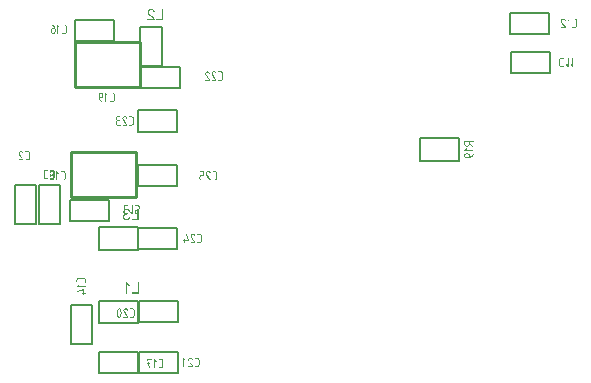
<source format=gbo>
G04*
G04 #@! TF.GenerationSoftware,Altium Limited,Altium Designer,23.11.1 (41)*
G04*
G04 Layer_Color=32896*
%FSLAX43Y43*%
%MOMM*%
G71*
G04*
G04 #@! TF.SameCoordinates,A9BB8E2F-42CC-474E-B4F6-770058E49C0A*
G04*
G04*
G04 #@! TF.FilePolarity,Positive*
G04*
G01*
G75*
%ADD10C,0.150*%
%ADD13C,0.254*%
G36*
X13567Y19928D02*
X13574Y19927D01*
X13583Y19923D01*
X13591Y19916D01*
X13595Y19909D01*
X13598Y19902D01*
X13599Y19895D01*
X13600Y19891D01*
Y19889D01*
Y19882D01*
X13598Y19876D01*
X13594Y19866D01*
X13587Y19859D01*
X13581Y19854D01*
X13573Y19850D01*
X13566Y19849D01*
X13562Y19849D01*
X13400D01*
X13383Y19847D01*
X13366Y19844D01*
X13351Y19838D01*
X13339Y19831D01*
X13328Y19825D01*
X13322Y19819D01*
X13317Y19816D01*
X13315Y19814D01*
X13303Y19800D01*
X13295Y19785D01*
X13289Y19772D01*
X13284Y19758D01*
X13282Y19746D01*
X13281Y19737D01*
X13280Y19734D01*
Y19731D01*
Y19729D01*
Y19728D01*
Y19568D01*
X13288Y19574D01*
X13294Y19578D01*
X13300Y19582D01*
X13304Y19584D01*
X13307Y19586D01*
X13310Y19588D01*
X13311D01*
X13336Y19599D01*
X13362Y19608D01*
X13387Y19614D01*
X13410Y19618D01*
X13420Y19620D01*
X13429Y19621D01*
X13438Y19621D01*
X13444D01*
X13450Y19622D01*
X13458D01*
X13479Y19621D01*
X13499Y19620D01*
X13519Y19616D01*
X13537Y19612D01*
X13554Y19607D01*
X13570Y19601D01*
X13585Y19595D01*
X13598Y19589D01*
X13610Y19582D01*
X13621Y19577D01*
X13630Y19571D01*
X13637Y19566D01*
X13644Y19561D01*
X13648Y19558D01*
X13651Y19556D01*
X13652Y19555D01*
X13665Y19543D01*
X13678Y19528D01*
X13690Y19514D01*
X13700Y19499D01*
X13709Y19483D01*
X13717Y19467D01*
X13724Y19452D01*
X13730Y19438D01*
X13735Y19423D01*
X13740Y19411D01*
X13743Y19399D01*
X13746Y19389D01*
X13748Y19381D01*
X13750Y19374D01*
X13751Y19371D01*
Y19369D01*
X13630Y19348D01*
X13628Y19364D01*
X13625Y19379D01*
X13620Y19393D01*
X13616Y19406D01*
X13611Y19418D01*
X13606Y19429D01*
X13601Y19439D01*
X13596Y19447D01*
X13592Y19455D01*
X13587Y19462D01*
X13582Y19467D01*
X13579Y19472D01*
X13576Y19476D01*
X13573Y19478D01*
X13572Y19479D01*
X13571Y19480D01*
X13562Y19488D01*
X13553Y19494D01*
X13543Y19500D01*
X13533Y19505D01*
X13514Y19513D01*
X13496Y19519D01*
X13480Y19522D01*
X13473Y19522D01*
X13467Y19523D01*
X13462Y19524D01*
X13455D01*
X13443Y19523D01*
X13430Y19522D01*
X13408Y19517D01*
X13388Y19511D01*
X13372Y19502D01*
X13364Y19498D01*
X13358Y19494D01*
X13353Y19490D01*
X13349Y19487D01*
X13345Y19484D01*
X13342Y19482D01*
X13341Y19481D01*
X13340Y19480D01*
X13333Y19472D01*
X13325Y19463D01*
X13319Y19454D01*
X13314Y19445D01*
X13307Y19427D01*
X13301Y19410D01*
X13298Y19395D01*
X13297Y19388D01*
X13296Y19383D01*
X13296Y19378D01*
Y19374D01*
Y19373D01*
Y19372D01*
X13296Y19357D01*
X13298Y19342D01*
X13301Y19330D01*
X13305Y19317D01*
X13310Y19306D01*
X13315Y19296D01*
X13320Y19287D01*
X13326Y19279D01*
X13332Y19271D01*
X13337Y19265D01*
X13342Y19260D01*
X13347Y19256D01*
X13351Y19253D01*
X13354Y19250D01*
X13356Y19249D01*
X13356Y19248D01*
X13368Y19242D01*
X13380Y19236D01*
X13404Y19226D01*
X13427Y19219D01*
X13448Y19214D01*
X13457Y19212D01*
X13466Y19211D01*
X13474Y19209D01*
X13481D01*
X13486Y19209D01*
X13499D01*
X13506Y19209D01*
X13511Y19210D01*
X13513D01*
X13513Y19207D01*
X13560D01*
X13567Y19207D01*
X13574Y19206D01*
X13583Y19202D01*
X13591Y19195D01*
X13595Y19187D01*
X13598Y19180D01*
X13599Y19174D01*
X13600Y19169D01*
Y19168D01*
Y19161D01*
X13598Y19154D01*
X13594Y19144D01*
X13587Y19137D01*
X13581Y19132D01*
X13573Y19129D01*
X13566Y19128D01*
X13562Y19127D01*
X13524D01*
X13526Y19105D01*
X13508Y19110D01*
X13492Y19113D01*
X13477Y19115D01*
X13465Y19116D01*
X13455Y19117D01*
X13448Y19118D01*
X13442D01*
X13427Y19117D01*
X13412Y19116D01*
X13399Y19113D01*
X13385Y19110D01*
X13373Y19105D01*
X13362Y19101D01*
X13351Y19096D01*
X13342Y19092D01*
X13334Y19087D01*
X13326Y19082D01*
X13320Y19078D01*
X13314Y19073D01*
X13311Y19070D01*
X13307Y19067D01*
X13306Y19066D01*
X13305Y19065D01*
X13296Y19055D01*
X13287Y19044D01*
X13279Y19033D01*
X13274Y19021D01*
X13268Y19010D01*
X13264Y18998D01*
X13257Y18977D01*
X13255Y18967D01*
X13253Y18957D01*
X13252Y18950D01*
X13252Y18942D01*
X13251Y18936D01*
Y18932D01*
Y18929D01*
Y18929D01*
X13252Y18913D01*
X13253Y18897D01*
X13256Y18883D01*
X13260Y18869D01*
X13264Y18857D01*
X13269Y18845D01*
X13274Y18834D01*
X13279Y18824D01*
X13285Y18815D01*
X13290Y18807D01*
X13296Y18800D01*
X13300Y18794D01*
X13304Y18790D01*
X13307Y18787D01*
X13308Y18785D01*
X13309Y18784D01*
X13320Y18774D01*
X13332Y18765D01*
X13344Y18757D01*
X13356Y18750D01*
X13368Y18744D01*
X13380Y18740D01*
X13391Y18736D01*
X13402Y18733D01*
X13413Y18731D01*
X13422Y18729D01*
X13431Y18727D01*
X13438Y18726D01*
X13444Y18726D01*
X13452D01*
X13465Y18726D01*
X13477Y18727D01*
X13501Y18732D01*
X13521Y18740D01*
X13539Y18748D01*
X13547Y18752D01*
X13554Y18756D01*
X13559Y18760D01*
X13564Y18764D01*
X13568Y18766D01*
X13570Y18769D01*
X13572Y18770D01*
X13573Y18770D01*
X13581Y18780D01*
X13590Y18790D01*
X13597Y18801D01*
X13604Y18813D01*
X13616Y18836D01*
X13626Y18861D01*
X13630Y18872D01*
X13633Y18883D01*
X13636Y18892D01*
X13638Y18901D01*
X13640Y18908D01*
X13641Y18913D01*
X13642Y18917D01*
Y18918D01*
X13762Y18902D01*
X13759Y18880D01*
X13755Y18858D01*
X13749Y18838D01*
X13742Y18820D01*
X13735Y18802D01*
X13727Y18785D01*
X13718Y18770D01*
X13710Y18757D01*
X13702Y18744D01*
X13693Y18733D01*
X13686Y18725D01*
X13680Y18717D01*
X13674Y18710D01*
X13669Y18706D01*
X13667Y18704D01*
X13666Y18703D01*
X13650Y18689D01*
X13632Y18677D01*
X13615Y18667D01*
X13597Y18659D01*
X13579Y18651D01*
X13561Y18645D01*
X13544Y18640D01*
X13527Y18636D01*
X13512Y18633D01*
X13498Y18631D01*
X13485Y18629D01*
X13474Y18628D01*
X13466D01*
X13459Y18627D01*
X13453D01*
X13427Y18628D01*
X13402Y18631D01*
X13378Y18635D01*
X13356Y18640D01*
X13335Y18647D01*
X13316Y18655D01*
X13298Y18662D01*
X13282Y18671D01*
X13268Y18679D01*
X13255Y18687D01*
X13244Y18694D01*
X13235Y18701D01*
X13227Y18706D01*
X13222Y18711D01*
X13219Y18714D01*
X13218Y18715D01*
X13201Y18732D01*
X13186Y18749D01*
X13175Y18768D01*
X13164Y18786D01*
X13154Y18804D01*
X13147Y18822D01*
X13141Y18840D01*
X13136Y18856D01*
X13131Y18872D01*
X13129Y18886D01*
X13126Y18899D01*
X13126Y18910D01*
X13125Y18918D01*
X13124Y18925D01*
Y18929D01*
Y18931D01*
X13125Y18949D01*
X13126Y18965D01*
X13128Y18981D01*
X13131Y18995D01*
X13135Y19010D01*
X13139Y19023D01*
X13143Y19034D01*
X13148Y19045D01*
X13153Y19056D01*
X13157Y19064D01*
X13161Y19071D01*
X13164Y19078D01*
X13168Y19082D01*
X13170Y19086D01*
X13171Y19088D01*
X13172Y19088D01*
X13181Y19100D01*
X13192Y19110D01*
X13203Y19120D01*
X13214Y19128D01*
X13224Y19136D01*
X13235Y19143D01*
X13257Y19154D01*
X13268Y19158D01*
X13277Y19162D01*
X13285Y19165D01*
X13281Y19168D01*
X13274Y19173D01*
X13268Y19177D01*
X13264Y19181D01*
X13261Y19184D01*
X13259Y19185D01*
X13258Y19186D01*
X13248Y19197D01*
X13239Y19209D01*
X13231Y19221D01*
X13226Y19231D01*
X13221Y19236D01*
X13213Y19245D01*
X13210Y19248D01*
X13208Y19251D01*
X13207Y19253D01*
Y19253D01*
X13195Y19274D01*
X13186Y19293D01*
X13181Y19313D01*
X13176Y19330D01*
X13174Y19346D01*
X13173Y19352D01*
Y19358D01*
X13172Y19363D01*
Y19366D01*
Y19368D01*
Y19368D01*
Y19381D01*
X13174Y19393D01*
X13178Y19417D01*
X13184Y19438D01*
X13190Y19456D01*
X13193Y19465D01*
X13197Y19472D01*
X13200Y19478D01*
Y19728D01*
X13201Y19744D01*
X13202Y19759D01*
X13205Y19772D01*
X13209Y19786D01*
X13213Y19799D01*
X13219Y19811D01*
X13224Y19821D01*
X13229Y19831D01*
X13235Y19840D01*
X13240Y19848D01*
X13245Y19855D01*
X13249Y19860D01*
X13253Y19865D01*
X13256Y19868D01*
X13257Y19870D01*
X13258Y19871D01*
X13269Y19881D01*
X13281Y19890D01*
X13293Y19898D01*
X13305Y19904D01*
X13317Y19910D01*
X13329Y19915D01*
X13340Y19919D01*
X13351Y19921D01*
X13361Y19924D01*
X13371Y19926D01*
X13379Y19927D01*
X13386Y19928D01*
X13392Y19929D01*
X13560D01*
X13567Y19928D01*
D02*
G37*
G36*
X13967D02*
X13974Y19927D01*
X13984Y19923D01*
X13991Y19916D01*
X13996Y19909D01*
X13999Y19902D01*
X14000Y19895D01*
X14001Y19891D01*
Y19889D01*
Y19169D01*
X14000Y19162D01*
X13999Y19155D01*
X13995Y19145D01*
X13988Y19138D01*
X13981Y19133D01*
X13973Y19130D01*
X13967Y19129D01*
X13962Y19128D01*
X13960D01*
X13954Y19129D01*
X13948Y19130D01*
X13938Y19136D01*
X13934Y19139D01*
X13931Y19141D01*
X13929Y19143D01*
X13928Y19144D01*
X13772Y19301D01*
X13767Y19305D01*
X13765Y19310D01*
X13762Y19319D01*
X13761Y19322D01*
X13760Y19326D01*
Y19328D01*
Y19328D01*
X13761Y19335D01*
X13762Y19342D01*
X13766Y19352D01*
X13773Y19359D01*
X13780Y19364D01*
X13787Y19366D01*
X13794Y19368D01*
X13798Y19369D01*
X13800D01*
X13806Y19368D01*
X13811Y19367D01*
X13820Y19363D01*
X13823Y19361D01*
X13826Y19359D01*
X13827Y19358D01*
X13827Y19357D01*
X13921Y19265D01*
Y19889D01*
X13921Y19896D01*
X13922Y19902D01*
X13926Y19912D01*
X13933Y19919D01*
X13941Y19924D01*
X13948Y19926D01*
X13954Y19928D01*
X13959Y19929D01*
X13960D01*
X13967Y19928D01*
D02*
G37*
G36*
X14376D02*
X14391Y19926D01*
X14404Y19924D01*
X14418Y19920D01*
X14431Y19915D01*
X14442Y19910D01*
X14453Y19905D01*
X14463Y19899D01*
X14471Y19894D01*
X14480Y19889D01*
X14486Y19884D01*
X14492Y19880D01*
X14497Y19876D01*
X14500Y19873D01*
X14502Y19871D01*
X14502Y19871D01*
X14513Y19860D01*
X14522Y19848D01*
X14530Y19836D01*
X14537Y19824D01*
X14542Y19811D01*
X14547Y19800D01*
X14552Y19789D01*
X14554Y19778D01*
X14557Y19767D01*
X14558Y19758D01*
X14560Y19750D01*
X14561Y19743D01*
X14562Y19737D01*
Y19732D01*
Y19729D01*
Y19728D01*
Y19649D01*
X14561Y19634D01*
X14559Y19619D01*
X14557Y19605D01*
X14552Y19591D01*
X14548Y19580D01*
X14543Y19568D01*
X14538Y19557D01*
X14532Y19547D01*
X14527Y19538D01*
X14521Y19530D01*
X14516Y19523D01*
X14512Y19517D01*
X14508Y19513D01*
X14505Y19509D01*
X14503Y19508D01*
X14502Y19507D01*
X14491Y19497D01*
X14480Y19487D01*
X14478Y19486D01*
Y19207D01*
X14481D01*
X14488Y19207D01*
X14495Y19206D01*
X14504Y19202D01*
X14512Y19195D01*
X14516Y19187D01*
X14519Y19180D01*
X14520Y19174D01*
X14521Y19169D01*
Y19168D01*
Y19161D01*
X14519Y19154D01*
X14515Y19144D01*
X14508Y19137D01*
X14502Y19132D01*
X14494Y19129D01*
X14487Y19128D01*
X14483Y19127D01*
X14478D01*
Y18644D01*
X13868D01*
Y18759D01*
X14349D01*
Y19127D01*
X14201D01*
X14195Y19128D01*
X14189Y19129D01*
X14179Y19133D01*
X14172Y19140D01*
X14167Y19147D01*
X14164Y19155D01*
X14162Y19161D01*
X14162Y19166D01*
Y19167D01*
Y19168D01*
Y19488D01*
X14162Y19495D01*
X14163Y19501D01*
X14168Y19511D01*
X14174Y19518D01*
X14182Y19523D01*
X14189Y19525D01*
X14195Y19527D01*
X14200Y19528D01*
X14349D01*
Y19619D01*
X14477D01*
X14477Y19619D01*
X14480Y19631D01*
X14480Y19641D01*
X14481Y19644D01*
Y19646D01*
Y19648D01*
Y19649D01*
Y19728D01*
X14480Y19747D01*
X14475Y19763D01*
X14470Y19778D01*
X14464Y19790D01*
X14457Y19800D01*
X14452Y19808D01*
X14447Y19812D01*
X14446Y19814D01*
X14432Y19826D01*
X14418Y19834D01*
X14403Y19840D01*
X14391Y19844D01*
X14379Y19847D01*
X14370Y19848D01*
X14366Y19849D01*
X14201D01*
X14195Y19849D01*
X14189Y19850D01*
X14179Y19855D01*
X14172Y19861D01*
X14167Y19869D01*
X14164Y19877D01*
X14162Y19882D01*
X14162Y19888D01*
Y19888D01*
Y19889D01*
X14162Y19896D01*
X14163Y19902D01*
X14168Y19912D01*
X14174Y19919D01*
X14182Y19924D01*
X14189Y19926D01*
X14195Y19928D01*
X14200Y19929D01*
X14361D01*
X14376Y19928D01*
D02*
G37*
G36*
X15548Y36538D02*
X15572Y36535D01*
X15595Y36532D01*
X15616Y36528D01*
X15635Y36522D01*
X15654Y36516D01*
X15671Y36509D01*
X15685Y36502D01*
X15699Y36495D01*
X15711Y36489D01*
X15721Y36483D01*
X15729Y36477D01*
X15736Y36473D01*
X15740Y36469D01*
X15744Y36467D01*
X15745Y36466D01*
X15759Y36451D01*
X15773Y36436D01*
X15783Y36420D01*
X15794Y36402D01*
X15803Y36386D01*
X15811Y36368D01*
X15816Y36351D01*
X15822Y36334D01*
X15827Y36318D01*
X15830Y36303D01*
X15833Y36290D01*
X15835Y36279D01*
X15837Y36270D01*
X15838Y36262D01*
X15838Y36258D01*
Y36256D01*
X15715Y36243D01*
X15714Y36260D01*
X15712Y36276D01*
X15710Y36291D01*
X15707Y36304D01*
X15703Y36317D01*
X15699Y36329D01*
X15694Y36340D01*
X15689Y36350D01*
X15685Y36358D01*
X15679Y36366D01*
X15675Y36372D01*
X15671Y36378D01*
X15668Y36382D01*
X15666Y36385D01*
X15664Y36386D01*
X15663Y36387D01*
X15653Y36397D01*
X15642Y36404D01*
X15631Y36412D01*
X15620Y36418D01*
X15608Y36423D01*
X15597Y36427D01*
X15575Y36433D01*
X15565Y36435D01*
X15555Y36437D01*
X15547Y36438D01*
X15540Y36439D01*
X15534Y36440D01*
X15526D01*
X15510Y36439D01*
X15496Y36438D01*
X15482Y36435D01*
X15471Y36432D01*
X15459Y36429D01*
X15448Y36424D01*
X15438Y36419D01*
X15428Y36415D01*
X15420Y36411D01*
X15413Y36406D01*
X15407Y36402D01*
X15402Y36398D01*
X15398Y36395D01*
X15395Y36393D01*
X15394Y36391D01*
X15393Y36391D01*
X15383Y36381D01*
X15376Y36371D01*
X15369Y36361D01*
X15363Y36351D01*
X15358Y36341D01*
X15355Y36331D01*
X15348Y36312D01*
X15346Y36303D01*
X15345Y36296D01*
X15344Y36288D01*
X15343Y36282D01*
X15342Y36277D01*
Y36274D01*
Y36271D01*
Y36270D01*
X15343Y36258D01*
X15345Y36245D01*
X15347Y36232D01*
X15350Y36220D01*
X15360Y36195D01*
X15370Y36173D01*
X15375Y36163D01*
X15380Y36155D01*
X15385Y36146D01*
X15389Y36139D01*
X15393Y36134D01*
X15395Y36130D01*
X15397Y36128D01*
X15398Y36127D01*
X15410Y36111D01*
X15423Y36096D01*
X15438Y36079D01*
X15454Y36062D01*
X15472Y36045D01*
X15490Y36028D01*
X15509Y36011D01*
X15526Y35995D01*
X15543Y35980D01*
X15559Y35965D01*
X15574Y35952D01*
X15587Y35941D01*
X15597Y35932D01*
X15606Y35925D01*
X15611Y35921D01*
X15612Y35919D01*
X15613D01*
X15631Y35904D01*
X15649Y35889D01*
X15665Y35875D01*
X15680Y35861D01*
X15694Y35848D01*
X15707Y35836D01*
X15718Y35825D01*
X15729Y35815D01*
X15739Y35805D01*
X15746Y35797D01*
X15753Y35789D01*
X15759Y35783D01*
X15763Y35779D01*
X15767Y35775D01*
X15768Y35773D01*
X15769Y35772D01*
X15788Y35749D01*
X15804Y35725D01*
X15818Y35704D01*
X15828Y35683D01*
X15833Y35675D01*
X15837Y35667D01*
X15840Y35660D01*
X15843Y35654D01*
X15845Y35650D01*
X15847Y35646D01*
X15848Y35644D01*
Y35643D01*
X15853Y35628D01*
X15856Y35613D01*
X15859Y35599D01*
X15860Y35586D01*
X15861Y35576D01*
Y35568D01*
Y35564D01*
Y35562D01*
Y35561D01*
Y35560D01*
X15217D01*
Y35675D01*
X15695D01*
X15687Y35687D01*
X15679Y35699D01*
X15670Y35710D01*
X15663Y35719D01*
X15656Y35727D01*
X15650Y35734D01*
X15646Y35738D01*
X15645Y35739D01*
X15638Y35746D01*
X15630Y35754D01*
X15620Y35763D01*
X15610Y35772D01*
X15587Y35793D01*
X15564Y35813D01*
X15553Y35822D01*
X15542Y35832D01*
X15532Y35840D01*
X15524Y35848D01*
X15516Y35854D01*
X15511Y35858D01*
X15507Y35861D01*
X15506Y35862D01*
X15482Y35882D01*
X15461Y35901D01*
X15441Y35919D01*
X15423Y35935D01*
X15406Y35950D01*
X15392Y35964D01*
X15378Y35977D01*
X15366Y35989D01*
X15356Y35999D01*
X15347Y36008D01*
X15339Y36016D01*
X15333Y36022D01*
X15328Y36027D01*
X15325Y36031D01*
X15323Y36033D01*
X15323Y36034D01*
X15303Y36056D01*
X15286Y36078D01*
X15273Y36099D01*
X15262Y36117D01*
X15257Y36124D01*
X15253Y36131D01*
X15250Y36137D01*
X15247Y36143D01*
X15246Y36146D01*
X15244Y36150D01*
X15243Y36151D01*
Y36152D01*
X15235Y36173D01*
X15229Y36194D01*
X15224Y36214D01*
X15222Y36232D01*
X15219Y36246D01*
Y36253D01*
X15218Y36258D01*
Y36262D01*
Y36265D01*
Y36267D01*
Y36268D01*
X15219Y36289D01*
X15222Y36309D01*
X15226Y36329D01*
X15231Y36347D01*
X15237Y36364D01*
X15245Y36380D01*
X15251Y36394D01*
X15259Y36408D01*
X15268Y36419D01*
X15274Y36430D01*
X15281Y36440D01*
X15288Y36447D01*
X15293Y36453D01*
X15297Y36457D01*
X15300Y36460D01*
X15301Y36461D01*
X15317Y36474D01*
X15334Y36486D01*
X15351Y36497D01*
X15370Y36506D01*
X15388Y36513D01*
X15407Y36520D01*
X15425Y36525D01*
X15443Y36529D01*
X15459Y36532D01*
X15474Y36534D01*
X15488Y36536D01*
X15500Y36538D01*
X15509D01*
X15517Y36539D01*
X15523D01*
X15548Y36538D01*
D02*
G37*
G36*
X16561Y35560D02*
X15951D01*
Y35675D01*
X16431D01*
Y36535D01*
X16561D01*
Y35560D01*
D02*
G37*
G36*
X13447Y13387D02*
X13455Y13376D01*
X13471Y13352D01*
X13488Y13330D01*
X13506Y13310D01*
X13515Y13301D01*
X13522Y13293D01*
X13529Y13286D01*
X13535Y13280D01*
X13541Y13275D01*
X13544Y13271D01*
X13547Y13269D01*
X13548Y13268D01*
X13576Y13244D01*
X13607Y13222D01*
X13636Y13203D01*
X13650Y13194D01*
X13664Y13186D01*
X13676Y13178D01*
X13687Y13173D01*
X13697Y13167D01*
X13706Y13162D01*
X13713Y13159D01*
X13719Y13156D01*
X13722Y13155D01*
X13723Y13154D01*
Y13038D01*
X13702Y13047D01*
X13680Y13057D01*
X13658Y13067D01*
X13639Y13077D01*
X13631Y13081D01*
X13622Y13086D01*
X13615Y13090D01*
X13609Y13093D01*
X13604Y13096D01*
X13601Y13098D01*
X13598Y13099D01*
X13598Y13100D01*
X13572Y13115D01*
X13550Y13130D01*
X13531Y13145D01*
X13514Y13156D01*
X13507Y13162D01*
X13501Y13167D01*
X13496Y13172D01*
X13491Y13176D01*
X13488Y13178D01*
X13485Y13181D01*
X13484Y13182D01*
X13483Y13183D01*
Y12421D01*
X13363D01*
Y13399D01*
X13441D01*
X13447Y13387D01*
D02*
G37*
G36*
X14529Y12421D02*
X13919D01*
Y12536D01*
X14399D01*
Y13396D01*
X14529D01*
Y12421D01*
D02*
G37*
G36*
X42796Y25347D02*
X42802Y25347D01*
X42812Y25342D01*
X42819Y25336D01*
X42824Y25328D01*
X42827Y25321D01*
X42828Y25314D01*
X42829Y25310D01*
Y25308D01*
X42828Y25302D01*
X42828Y25295D01*
X42823Y25285D01*
X42817Y25278D01*
X42809Y25273D01*
X42802Y25270D01*
X42795Y25269D01*
X42791Y25268D01*
X42790D01*
X42509D01*
Y25094D01*
X42807Y24945D01*
X42815Y24940D01*
X42820Y24935D01*
X42824Y24929D01*
X42827Y24923D01*
X42828Y24917D01*
X42829Y24913D01*
Y24908D01*
X42828Y24902D01*
X42828Y24897D01*
X42823Y24888D01*
X42821Y24885D01*
X42819Y24882D01*
X42818Y24881D01*
X42817Y24880D01*
X42813Y24876D01*
X42808Y24873D01*
X42803Y24871D01*
X42799Y24869D01*
X42795Y24869D01*
X42792Y24868D01*
X42790D01*
X42790D01*
X42783Y24869D01*
X42778Y24870D01*
X42773Y24872D01*
X42772Y24873D01*
X42492Y25013D01*
X42486Y25000D01*
X42480Y24988D01*
X42466Y24965D01*
X42449Y24946D01*
X42433Y24930D01*
X42415Y24915D01*
X42396Y24903D01*
X42377Y24894D01*
X42358Y24886D01*
X42340Y24880D01*
X42324Y24875D01*
X42309Y24872D01*
X42296Y24870D01*
X42285Y24869D01*
X42276Y24868D01*
X42273D01*
X42270D01*
X42269D01*
X42268D01*
X42250Y24869D01*
X42232Y24871D01*
X42215Y24875D01*
X42199Y24879D01*
X42184Y24884D01*
X42170Y24890D01*
X42157Y24897D01*
X42145Y24902D01*
X42135Y24909D01*
X42126Y24916D01*
X42117Y24922D01*
X42110Y24927D01*
X42104Y24931D01*
X42101Y24935D01*
X42098Y24937D01*
X42098Y24938D01*
X42085Y24952D01*
X42075Y24965D01*
X42065Y24979D01*
X42057Y24994D01*
X42050Y25008D01*
X42044Y25023D01*
X42040Y25036D01*
X42036Y25050D01*
X42033Y25061D01*
X42031Y25072D01*
X42030Y25083D01*
X42028Y25091D01*
Y25099D01*
X42027Y25104D01*
Y25308D01*
X42028Y25315D01*
X42029Y25321D01*
X42033Y25331D01*
X42040Y25338D01*
X42048Y25343D01*
X42055Y25346D01*
X42061Y25347D01*
X42066Y25348D01*
X42067D01*
X42068D01*
X42790D01*
X42796Y25347D01*
D02*
G37*
G36*
X42235Y24707D02*
X42242Y24706D01*
X42252Y24702D01*
X42259Y24695D01*
X42264Y24688D01*
X42267Y24681D01*
X42268Y24674D01*
X42269Y24670D01*
Y24668D01*
X42268Y24662D01*
X42268Y24656D01*
X42263Y24648D01*
X42261Y24644D01*
X42259Y24642D01*
X42258Y24641D01*
X42257Y24640D01*
X42165Y24547D01*
X42790D01*
X42796Y24546D01*
X42802Y24546D01*
X42812Y24541D01*
X42819Y24535D01*
X42824Y24527D01*
X42827Y24520D01*
X42828Y24513D01*
X42829Y24509D01*
Y24507D01*
X42828Y24501D01*
X42828Y24494D01*
X42823Y24484D01*
X42817Y24477D01*
X42809Y24472D01*
X42802Y24469D01*
X42795Y24468D01*
X42791Y24467D01*
X42790D01*
X42069D01*
X42062Y24468D01*
X42055Y24469D01*
X42045Y24473D01*
X42038Y24480D01*
X42033Y24487D01*
X42030Y24495D01*
X42029Y24501D01*
X42028Y24506D01*
Y24507D01*
X42029Y24513D01*
X42031Y24519D01*
X42036Y24529D01*
X42039Y24534D01*
X42042Y24537D01*
X42043Y24539D01*
X42044Y24540D01*
X42201Y24696D01*
X42205Y24700D01*
X42210Y24703D01*
X42219Y24706D01*
X42223Y24707D01*
X42226Y24708D01*
X42228D01*
X42229D01*
X42235Y24707D01*
D02*
G37*
G36*
X42324Y24305D02*
X42339Y24304D01*
X42353Y24301D01*
X42366Y24297D01*
X42378Y24293D01*
X42390Y24288D01*
X42401Y24282D01*
X42411Y24277D01*
X42420Y24271D01*
X42427Y24266D01*
X42434Y24261D01*
X42440Y24257D01*
X42444Y24253D01*
X42448Y24250D01*
X42449Y24249D01*
X42450Y24248D01*
X42460Y24237D01*
X42470Y24225D01*
X42477Y24213D01*
X42484Y24201D01*
X42490Y24189D01*
X42494Y24178D01*
X42499Y24167D01*
X42501Y24156D01*
X42504Y24145D01*
X42505Y24136D01*
X42507Y24129D01*
X42508Y24121D01*
X42509Y24115D01*
Y23990D01*
X42532Y23994D01*
X42555Y24000D01*
X42576Y24008D01*
X42597Y24019D01*
X42615Y24030D01*
X42633Y24042D01*
X42649Y24055D01*
X42663Y24068D01*
X42677Y24080D01*
X42689Y24092D01*
X42698Y24103D01*
X42707Y24113D01*
X42713Y24122D01*
X42718Y24128D01*
X42721Y24132D01*
X42722Y24134D01*
X42729Y24145D01*
X42735Y24157D01*
X42740Y24170D01*
X42746Y24181D01*
X42749Y24191D01*
X42752Y24199D01*
X42754Y24205D01*
X42755Y24206D01*
Y24206D01*
X42758Y24213D01*
X42763Y24217D01*
X42768Y24221D01*
X42774Y24223D01*
X42780Y24225D01*
X42785Y24226D01*
X42789D01*
X42790D01*
X42795Y24225D01*
X42800Y24224D01*
X42810Y24220D01*
X42813Y24217D01*
X42815Y24216D01*
X42817Y24215D01*
X42817Y24214D01*
X42822Y24210D01*
X42824Y24205D01*
X42828Y24195D01*
X42828Y24192D01*
X42829Y24189D01*
Y24186D01*
X42828Y24180D01*
X42828Y24174D01*
X42823Y24160D01*
X42817Y24145D01*
X42810Y24130D01*
X42803Y24118D01*
X42800Y24112D01*
X42797Y24107D01*
X42795Y24102D01*
X42793Y24099D01*
X42791Y24097D01*
Y24096D01*
X42780Y24079D01*
X42768Y24063D01*
X42756Y24047D01*
X42743Y24034D01*
X42730Y24020D01*
X42718Y24008D01*
X42704Y23997D01*
X42691Y23986D01*
X42664Y23968D01*
X42637Y23953D01*
X42611Y23940D01*
X42586Y23930D01*
X42562Y23922D01*
X42540Y23916D01*
X42520Y23912D01*
X42503Y23909D01*
X42495Y23908D01*
X42488Y23907D01*
X42482D01*
X42478Y23906D01*
X42474D01*
X42471D01*
X42470D01*
X42469D01*
X42228D01*
X42213Y23907D01*
X42198Y23909D01*
X42184Y23911D01*
X42171Y23915D01*
X42159Y23920D01*
X42147Y23925D01*
X42136Y23930D01*
X42126Y23935D01*
X42117Y23941D01*
X42109Y23946D01*
X42103Y23951D01*
X42097Y23955D01*
X42093Y23959D01*
X42089Y23962D01*
X42087Y23964D01*
X42087Y23964D01*
X42076Y23975D01*
X42067Y23987D01*
X42060Y23999D01*
X42053Y24011D01*
X42047Y24024D01*
X42043Y24035D01*
X42038Y24046D01*
X42036Y24057D01*
X42033Y24068D01*
X42032Y24077D01*
X42030Y24085D01*
X42029Y24092D01*
X42028Y24098D01*
Y24107D01*
X42029Y24122D01*
X42031Y24136D01*
X42033Y24151D01*
X42038Y24163D01*
X42042Y24176D01*
X42047Y24188D01*
X42052Y24199D01*
X42058Y24208D01*
X42063Y24217D01*
X42069Y24225D01*
X42074Y24232D01*
X42078Y24238D01*
X42082Y24242D01*
X42085Y24245D01*
X42087Y24247D01*
X42087Y24248D01*
X42098Y24258D01*
X42110Y24267D01*
X42122Y24275D01*
X42134Y24282D01*
X42146Y24288D01*
X42158Y24292D01*
X42170Y24296D01*
X42180Y24299D01*
X42190Y24301D01*
X42199Y24303D01*
X42208Y24304D01*
X42215Y24305D01*
X42220Y24306D01*
X42225D01*
X42228D01*
X42229D01*
X42309D01*
X42324Y24305D01*
D02*
G37*
G36*
X51241Y32393D02*
X51248Y32392D01*
X51258Y32388D01*
X51265Y32381D01*
X51270Y32373D01*
X51273Y32367D01*
X51274Y32360D01*
X51275Y32356D01*
Y32354D01*
Y31633D01*
X51274Y31626D01*
X51273Y31620D01*
X51269Y31610D01*
X51262Y31603D01*
X51255Y31598D01*
X51247Y31594D01*
X51241Y31594D01*
X51236Y31593D01*
X51234D01*
X51228Y31594D01*
X51222Y31595D01*
X51212Y31600D01*
X51208Y31604D01*
X51205Y31606D01*
X51203Y31608D01*
X51202Y31609D01*
X51046Y31765D01*
X51041Y31769D01*
X51039Y31775D01*
X51036Y31784D01*
X51035Y31787D01*
X51034Y31791D01*
Y31792D01*
Y31793D01*
X51035Y31800D01*
X51036Y31807D01*
X51040Y31817D01*
X51047Y31824D01*
X51054Y31829D01*
X51061Y31831D01*
X51068Y31833D01*
X51072Y31834D01*
X51074D01*
X51079Y31833D01*
X51085Y31832D01*
X51094Y31828D01*
X51097Y31825D01*
X51100Y31824D01*
X51101Y31823D01*
X51102Y31822D01*
X51195Y31730D01*
Y32354D01*
X51195Y32361D01*
X51196Y32367D01*
X51200Y32377D01*
X51207Y32383D01*
X51215Y32389D01*
X51222Y32391D01*
X51228Y32393D01*
X51233Y32394D01*
X51234D01*
X51241Y32393D01*
D02*
G37*
G36*
X50840D02*
X50847Y32392D01*
X50857Y32388D01*
X50864Y32381D01*
X50869Y32373D01*
X50872Y32367D01*
X50873Y32360D01*
X50874Y32356D01*
Y32354D01*
Y31633D01*
X50873Y31626D01*
X50872Y31620D01*
X50868Y31610D01*
X50861Y31603D01*
X50854Y31598D01*
X50846Y31594D01*
X50840Y31594D01*
X50835Y31593D01*
X50833D01*
X50827Y31594D01*
X50822Y31595D01*
X50811Y31600D01*
X50807Y31604D01*
X50804Y31606D01*
X50802Y31608D01*
X50801Y31609D01*
X50645Y31765D01*
X50641Y31769D01*
X50638Y31775D01*
X50635Y31784D01*
X50634Y31787D01*
X50633Y31791D01*
Y31792D01*
Y31793D01*
X50634Y31800D01*
X50635Y31807D01*
X50639Y31817D01*
X50646Y31824D01*
X50653Y31829D01*
X50660Y31831D01*
X50667Y31833D01*
X50671Y31834D01*
X50673D01*
X50679Y31833D01*
X50685Y31832D01*
X50693Y31828D01*
X50696Y31825D01*
X50699Y31824D01*
X50700Y31823D01*
X50701Y31822D01*
X50794Y31730D01*
Y32354D01*
X50794Y32361D01*
X50795Y32367D01*
X50800Y32377D01*
X50806Y32383D01*
X50814Y32389D01*
X50821Y32391D01*
X50827Y32393D01*
X50832Y32394D01*
X50833D01*
X50840Y32393D01*
D02*
G37*
G36*
X50440D02*
X50447Y32392D01*
X50456Y32388D01*
X50464Y32381D01*
X50468Y32373D01*
X50471Y32367D01*
X50472Y32360D01*
X50473Y32356D01*
Y32354D01*
Y32347D01*
X50471Y32340D01*
X50467Y32330D01*
X50460Y32323D01*
X50454Y32318D01*
X50446Y32315D01*
X50439Y32314D01*
X50435Y32313D01*
X50273D01*
X50256Y32312D01*
X50239Y32308D01*
X50224Y32302D01*
X50212Y32296D01*
X50202Y32290D01*
X50195Y32284D01*
X50190Y32280D01*
X50188Y32279D01*
X50176Y32265D01*
X50168Y32250D01*
X50162Y32236D01*
X50158Y32223D01*
X50155Y32211D01*
X50154Y32202D01*
X50153Y32198D01*
Y32196D01*
Y32194D01*
Y32193D01*
Y31793D01*
X50155Y31775D01*
X50158Y31758D01*
X50164Y31744D01*
X50171Y31731D01*
X50177Y31721D01*
X50183Y31714D01*
X50186Y31709D01*
X50188Y31708D01*
X50202Y31696D01*
X50216Y31687D01*
X50230Y31681D01*
X50244Y31676D01*
X50256Y31674D01*
X50265Y31673D01*
X50268Y31672D01*
X50433D01*
X50440Y31671D01*
X50447Y31670D01*
X50456Y31666D01*
X50464Y31659D01*
X50468Y31652D01*
X50471Y31645D01*
X50472Y31638D01*
X50473Y31634D01*
Y31632D01*
Y31626D01*
X50471Y31619D01*
X50467Y31609D01*
X50460Y31602D01*
X50454Y31597D01*
X50446Y31594D01*
X50439Y31593D01*
X50435Y31592D01*
X50273D01*
X50258Y31593D01*
X50243Y31594D01*
X50229Y31597D01*
X50216Y31601D01*
X50203Y31605D01*
X50191Y31610D01*
X50181Y31615D01*
X50171Y31621D01*
X50162Y31626D01*
X50154Y31632D01*
X50147Y31637D01*
X50141Y31642D01*
X50137Y31646D01*
X50134Y31648D01*
X50132Y31650D01*
X50131Y31651D01*
X50121Y31662D01*
X50112Y31674D01*
X50104Y31686D01*
X50098Y31698D01*
X50092Y31709D01*
X50087Y31721D01*
X50083Y31733D01*
X50081Y31743D01*
X50078Y31753D01*
X50076Y31763D01*
X50075Y31771D01*
X50074Y31779D01*
X50073Y31784D01*
Y31789D01*
Y31791D01*
Y31792D01*
Y32193D01*
X50074Y32208D01*
X50076Y32224D01*
X50078Y32237D01*
X50082Y32251D01*
X50087Y32263D01*
X50092Y32275D01*
X50097Y32285D01*
X50103Y32296D01*
X50108Y32305D01*
X50113Y32312D01*
X50118Y32319D01*
X50122Y32325D01*
X50126Y32329D01*
X50129Y32333D01*
X50130Y32334D01*
X50131Y32335D01*
X50142Y32345D01*
X50154Y32355D01*
X50166Y32362D01*
X50178Y32369D01*
X50191Y32375D01*
X50202Y32379D01*
X50213Y32383D01*
X50224Y32386D01*
X50235Y32389D01*
X50244Y32390D01*
X50252Y32392D01*
X50259Y32393D01*
X50265Y32394D01*
X50433D01*
X50440Y32393D01*
D02*
G37*
G36*
X50444Y35708D02*
X50465Y35704D01*
X50485Y35697D01*
X50504Y35687D01*
X50521Y35676D01*
X50537Y35664D01*
X50552Y35651D01*
X50565Y35638D01*
X50577Y35625D01*
X50588Y35611D01*
X50597Y35599D01*
X50604Y35588D01*
X50610Y35579D01*
X50614Y35571D01*
X50617Y35567D01*
X50618Y35566D01*
Y35566D01*
X50620Y35560D01*
X50621Y35555D01*
X50622Y35551D01*
Y35550D01*
Y35549D01*
X50621Y35543D01*
X50620Y35536D01*
X50615Y35526D01*
X50609Y35519D01*
X50602Y35514D01*
X50594Y35511D01*
X50587Y35510D01*
X50583Y35509D01*
X50581D01*
X50573Y35510D01*
X50566Y35512D01*
X50560Y35515D01*
X50555Y35519D01*
X50552Y35522D01*
X50548Y35525D01*
X50548Y35527D01*
X50547Y35528D01*
X50536Y35546D01*
X50525Y35562D01*
X50514Y35576D01*
X50503Y35587D01*
X50493Y35597D01*
X50482Y35605D01*
X50472Y35612D01*
X50462Y35617D01*
X50454Y35621D01*
X50446Y35625D01*
X50439Y35626D01*
X50433Y35628D01*
X50428Y35629D01*
X50425Y35630D01*
X50422D01*
X50404Y35628D01*
X50387Y35624D01*
X50373Y35619D01*
X50361Y35612D01*
X50351Y35605D01*
X50343Y35600D01*
X50339Y35596D01*
X50337Y35594D01*
X50325Y35581D01*
X50317Y35566D01*
X50310Y35552D01*
X50306Y35538D01*
X50303Y35527D01*
X50302Y35517D01*
X50302Y35514D01*
Y35511D01*
Y35510D01*
Y35509D01*
X50302Y35496D01*
X50305Y35484D01*
X50307Y35473D01*
X50311Y35463D01*
X50315Y35455D01*
X50318Y35449D01*
X50320Y35445D01*
X50321Y35443D01*
X50615Y34971D01*
X50620Y34962D01*
X50621Y34956D01*
X50622Y34950D01*
Y34949D01*
Y34948D01*
X50621Y34941D01*
X50620Y34935D01*
X50615Y34925D01*
X50609Y34918D01*
X50602Y34913D01*
X50594Y34911D01*
X50587Y34909D01*
X50583Y34908D01*
X50261D01*
X50254Y34909D01*
X50247Y34910D01*
X50238Y34914D01*
X50230Y34921D01*
X50226Y34929D01*
X50223Y34935D01*
X50222Y34942D01*
X50221Y34946D01*
Y34948D01*
Y34955D01*
X50223Y34962D01*
X50227Y34972D01*
X50234Y34979D01*
X50241Y34984D01*
X50248Y34987D01*
X50255Y34988D01*
X50259Y34989D01*
X50510D01*
X50258Y35394D01*
X50251Y35405D01*
X50246Y35416D01*
X50236Y35437D01*
X50230Y35456D01*
X50225Y35473D01*
X50225Y35482D01*
X50223Y35489D01*
X50222Y35494D01*
Y35500D01*
X50221Y35504D01*
Y35507D01*
Y35509D01*
Y35510D01*
X50222Y35525D01*
X50224Y35539D01*
X50226Y35554D01*
X50230Y35566D01*
X50235Y35579D01*
X50240Y35591D01*
X50245Y35602D01*
X50251Y35611D01*
X50256Y35620D01*
X50262Y35628D01*
X50267Y35635D01*
X50271Y35641D01*
X50275Y35645D01*
X50278Y35648D01*
X50280Y35650D01*
X50280Y35651D01*
X50291Y35661D01*
X50303Y35670D01*
X50315Y35678D01*
X50327Y35686D01*
X50339Y35691D01*
X50351Y35696D01*
X50362Y35700D01*
X50373Y35703D01*
X50383Y35705D01*
X50392Y35707D01*
X50400Y35708D01*
X50408Y35709D01*
X50413Y35710D01*
X50433D01*
X50444Y35708D01*
D02*
G37*
G36*
X50828D02*
X50834Y35707D01*
X50845Y35702D01*
X50849Y35698D01*
X50852Y35696D01*
X50854Y35694D01*
X50855Y35693D01*
X51011Y35537D01*
X51015Y35533D01*
X51018Y35527D01*
X51021Y35518D01*
X51022Y35515D01*
X51023Y35511D01*
Y35510D01*
Y35509D01*
X51022Y35502D01*
X51021Y35495D01*
X51017Y35485D01*
X51010Y35478D01*
X51003Y35473D01*
X50996Y35471D01*
X50989Y35469D01*
X50985Y35468D01*
X50983D01*
X50977Y35469D01*
X50971Y35470D01*
X50963Y35474D01*
X50960Y35477D01*
X50957Y35478D01*
X50956Y35479D01*
X50955Y35480D01*
X50862Y35572D01*
Y34948D01*
X50861Y34941D01*
X50861Y34935D01*
X50856Y34925D01*
X50850Y34918D01*
X50842Y34913D01*
X50835Y34911D01*
X50828Y34909D01*
X50824Y34908D01*
X50823D01*
X50816Y34909D01*
X50809Y34910D01*
X50799Y34914D01*
X50792Y34921D01*
X50787Y34929D01*
X50784Y34935D01*
X50783Y34942D01*
X50782Y34946D01*
Y34948D01*
Y35669D01*
X50783Y35675D01*
X50784Y35682D01*
X50788Y35692D01*
X50795Y35699D01*
X50802Y35704D01*
X50810Y35708D01*
X50816Y35708D01*
X50821Y35709D01*
X50823D01*
X50828Y35708D01*
D02*
G37*
G36*
X51398Y35709D02*
X51413Y35708D01*
X51426Y35705D01*
X51440Y35701D01*
X51453Y35697D01*
X51465Y35692D01*
X51475Y35686D01*
X51485Y35681D01*
X51494Y35675D01*
X51502Y35670D01*
X51508Y35664D01*
X51514Y35660D01*
X51519Y35656D01*
X51522Y35653D01*
X51524Y35652D01*
X51525Y35651D01*
X51535Y35640D01*
X51544Y35628D01*
X51552Y35616D01*
X51558Y35604D01*
X51564Y35593D01*
X51569Y35581D01*
X51573Y35569D01*
X51575Y35559D01*
X51578Y35549D01*
X51580Y35539D01*
X51581Y35531D01*
X51582Y35523D01*
X51583Y35518D01*
Y35513D01*
Y35511D01*
Y35510D01*
Y35109D01*
X51582Y35094D01*
X51580Y35078D01*
X51578Y35065D01*
X51574Y35051D01*
X51569Y35039D01*
X51564Y35027D01*
X51559Y35017D01*
X51553Y35006D01*
X51548Y34997D01*
X51543Y34990D01*
X51538Y34983D01*
X51534Y34977D01*
X51530Y34973D01*
X51527Y34969D01*
X51525Y34968D01*
X51525Y34967D01*
X51514Y34957D01*
X51502Y34947D01*
X51490Y34940D01*
X51478Y34933D01*
X51465Y34927D01*
X51454Y34923D01*
X51443Y34918D01*
X51432Y34916D01*
X51421Y34913D01*
X51412Y34912D01*
X51404Y34910D01*
X51397Y34909D01*
X51391Y34908D01*
X51223D01*
X51216Y34909D01*
X51209Y34910D01*
X51200Y34914D01*
X51192Y34921D01*
X51188Y34929D01*
X51185Y34935D01*
X51184Y34942D01*
X51183Y34946D01*
Y34948D01*
Y34955D01*
X51185Y34962D01*
X51189Y34972D01*
X51196Y34979D01*
X51202Y34984D01*
X51210Y34987D01*
X51217Y34988D01*
X51221Y34989D01*
X51382D01*
X51400Y34990D01*
X51417Y34994D01*
X51432Y35000D01*
X51444Y35006D01*
X51454Y35012D01*
X51461Y35018D01*
X51466Y35022D01*
X51468Y35023D01*
X51480Y35037D01*
X51488Y35052D01*
X51494Y35066D01*
X51498Y35079D01*
X51501Y35091D01*
X51502Y35100D01*
X51503Y35104D01*
Y35106D01*
Y35108D01*
Y35109D01*
Y35509D01*
X51501Y35527D01*
X51498Y35544D01*
X51492Y35558D01*
X51485Y35571D01*
X51479Y35581D01*
X51473Y35588D01*
X51470Y35593D01*
X51468Y35594D01*
X51454Y35606D01*
X51440Y35615D01*
X51426Y35621D01*
X51412Y35626D01*
X51400Y35628D01*
X51391Y35629D01*
X51388Y35630D01*
X51223D01*
X51216Y35631D01*
X51209Y35632D01*
X51200Y35636D01*
X51192Y35642D01*
X51188Y35650D01*
X51185Y35657D01*
X51184Y35664D01*
X51183Y35668D01*
Y35670D01*
Y35676D01*
X51185Y35683D01*
X51189Y35693D01*
X51196Y35700D01*
X51202Y35705D01*
X51210Y35708D01*
X51217Y35709D01*
X51221Y35710D01*
X51382D01*
X51398Y35709D01*
D02*
G37*
G36*
X4542Y24499D02*
X4563Y24495D01*
X4583Y24487D01*
X4602Y24478D01*
X4620Y24467D01*
X4636Y24455D01*
X4650Y24442D01*
X4664Y24429D01*
X4676Y24415D01*
X4687Y24402D01*
X4695Y24390D01*
X4703Y24379D01*
X4709Y24370D01*
X4713Y24362D01*
X4715Y24358D01*
X4716Y24357D01*
Y24356D01*
X4719Y24351D01*
X4720Y24346D01*
X4720Y24342D01*
Y24341D01*
Y24340D01*
X4720Y24333D01*
X4719Y24327D01*
X4714Y24317D01*
X4708Y24310D01*
X4700Y24305D01*
X4693Y24302D01*
X4686Y24300D01*
X4682Y24300D01*
X4680D01*
X4671Y24300D01*
X4665Y24303D01*
X4659Y24306D01*
X4654Y24310D01*
X4650Y24313D01*
X4647Y24316D01*
X4646Y24318D01*
X4645Y24319D01*
X4634Y24337D01*
X4623Y24353D01*
X4612Y24366D01*
X4601Y24377D01*
X4591Y24388D01*
X4580Y24396D01*
X4571Y24403D01*
X4561Y24408D01*
X4552Y24412D01*
X4545Y24415D01*
X4538Y24417D01*
X4532Y24419D01*
X4527Y24420D01*
X4523Y24421D01*
X4520D01*
X4502Y24419D01*
X4485Y24415D01*
X4471Y24410D01*
X4459Y24403D01*
X4449Y24396D01*
X4441Y24391D01*
X4437Y24387D01*
X4435Y24385D01*
X4424Y24372D01*
X4415Y24357D01*
X4408Y24343D01*
X4404Y24329D01*
X4402Y24317D01*
X4401Y24308D01*
X4400Y24305D01*
Y24302D01*
Y24300D01*
Y24300D01*
X4401Y24287D01*
X4403Y24275D01*
X4406Y24264D01*
X4409Y24254D01*
X4413Y24245D01*
X4416Y24240D01*
X4419Y24235D01*
X4419Y24234D01*
X4714Y23762D01*
X4718Y23753D01*
X4720Y23746D01*
X4720Y23741D01*
Y23740D01*
Y23739D01*
X4720Y23732D01*
X4719Y23726D01*
X4714Y23716D01*
X4708Y23709D01*
X4700Y23704D01*
X4693Y23702D01*
X4686Y23700D01*
X4682Y23699D01*
X4359D01*
X4353Y23700D01*
X4346Y23701D01*
X4336Y23705D01*
X4329Y23712D01*
X4325Y23719D01*
X4321Y23726D01*
X4320Y23733D01*
X4320Y23737D01*
Y23739D01*
Y23746D01*
X4321Y23752D01*
X4326Y23763D01*
X4332Y23769D01*
X4339Y23774D01*
X4347Y23778D01*
X4353Y23779D01*
X4358Y23779D01*
X4609D01*
X4356Y24185D01*
X4349Y24196D01*
X4344Y24207D01*
X4335Y24228D01*
X4328Y24247D01*
X4324Y24264D01*
X4323Y24273D01*
X4321Y24279D01*
X4320Y24285D01*
Y24290D01*
X4320Y24295D01*
Y24298D01*
Y24300D01*
Y24300D01*
X4320Y24316D01*
X4322Y24330D01*
X4325Y24344D01*
X4329Y24357D01*
X4333Y24370D01*
X4338Y24382D01*
X4343Y24393D01*
X4349Y24402D01*
X4354Y24411D01*
X4360Y24419D01*
X4365Y24426D01*
X4369Y24432D01*
X4374Y24436D01*
X4376Y24439D01*
X4378Y24441D01*
X4379Y24442D01*
X4390Y24452D01*
X4402Y24461D01*
X4413Y24469D01*
X4425Y24476D01*
X4437Y24481D01*
X4449Y24487D01*
X4461Y24491D01*
X4471Y24493D01*
X4481Y24496D01*
X4490Y24498D01*
X4499Y24499D01*
X4506Y24500D01*
X4512Y24501D01*
X4531D01*
X4542Y24499D01*
D02*
G37*
G36*
X5095Y24500D02*
X5110Y24498D01*
X5124Y24496D01*
X5137Y24492D01*
X5150Y24487D01*
X5162Y24482D01*
X5172Y24477D01*
X5182Y24471D01*
X5192Y24466D01*
X5199Y24460D01*
X5206Y24455D01*
X5212Y24451D01*
X5216Y24447D01*
X5220Y24444D01*
X5221Y24443D01*
X5222Y24442D01*
X5232Y24431D01*
X5242Y24419D01*
X5249Y24407D01*
X5256Y24395D01*
X5262Y24383D01*
X5266Y24372D01*
X5270Y24360D01*
X5273Y24350D01*
X5275Y24339D01*
X5277Y24330D01*
X5279Y24322D01*
X5280Y24314D01*
X5280Y24309D01*
Y24304D01*
Y24301D01*
Y24300D01*
Y23900D01*
X5280Y23884D01*
X5278Y23869D01*
X5275Y23856D01*
X5271Y23842D01*
X5267Y23829D01*
X5262Y23817D01*
X5257Y23807D01*
X5251Y23797D01*
X5246Y23788D01*
X5241Y23780D01*
X5236Y23774D01*
X5231Y23768D01*
X5227Y23763D01*
X5225Y23760D01*
X5223Y23758D01*
X5222Y23757D01*
X5211Y23747D01*
X5199Y23738D01*
X5187Y23730D01*
X5176Y23724D01*
X5163Y23718D01*
X5151Y23713D01*
X5140Y23709D01*
X5129Y23707D01*
X5119Y23704D01*
X5110Y23702D01*
X5101Y23701D01*
X5094Y23700D01*
X5088Y23699D01*
X4920D01*
X4913Y23700D01*
X4907Y23701D01*
X4897Y23705D01*
X4890Y23712D01*
X4885Y23719D01*
X4882Y23726D01*
X4881Y23733D01*
X4880Y23737D01*
Y23739D01*
Y23746D01*
X4882Y23752D01*
X4886Y23763D01*
X4893Y23769D01*
X4900Y23774D01*
X4907Y23778D01*
X4914Y23779D01*
X4918Y23779D01*
X5080D01*
X5098Y23781D01*
X5115Y23785D01*
X5129Y23790D01*
X5142Y23797D01*
X5152Y23803D01*
X5159Y23809D01*
X5164Y23812D01*
X5165Y23814D01*
X5177Y23828D01*
X5186Y23843D01*
X5192Y23856D01*
X5196Y23870D01*
X5198Y23882D01*
X5199Y23891D01*
X5200Y23894D01*
Y23897D01*
Y23899D01*
Y23900D01*
Y24300D01*
X5198Y24317D01*
X5195Y24334D01*
X5189Y24349D01*
X5182Y24361D01*
X5176Y24372D01*
X5170Y24379D01*
X5167Y24383D01*
X5165Y24385D01*
X5152Y24397D01*
X5137Y24405D01*
X5123Y24412D01*
X5110Y24416D01*
X5098Y24419D01*
X5088Y24420D01*
X5085Y24421D01*
X4920D01*
X4913Y24421D01*
X4907Y24422D01*
X4897Y24426D01*
X4890Y24433D01*
X4885Y24441D01*
X4882Y24448D01*
X4881Y24454D01*
X4880Y24459D01*
Y24460D01*
Y24467D01*
X4882Y24474D01*
X4886Y24484D01*
X4893Y24491D01*
X4900Y24496D01*
X4907Y24499D01*
X4914Y24500D01*
X4918Y24501D01*
X5080D01*
X5095Y24500D01*
D02*
G37*
G36*
X7211Y22908D02*
X7226Y22907D01*
X7240Y22904D01*
X7253Y22900D01*
X7265Y22896D01*
X7277Y22891D01*
X7288Y22886D01*
X7298Y22880D01*
X7307Y22875D01*
X7315Y22870D01*
X7322Y22865D01*
X7328Y22860D01*
X7332Y22856D01*
X7335Y22854D01*
X7337Y22852D01*
X7338Y22851D01*
X7348Y22840D01*
X7357Y22828D01*
X7365Y22816D01*
X7373Y22804D01*
X7378Y22792D01*
X7383Y22780D01*
X7387Y22769D01*
X7390Y22758D01*
X7392Y22748D01*
X7394Y22738D01*
X7396Y22730D01*
X7396Y22723D01*
X7397Y22717D01*
Y22712D01*
Y22710D01*
Y22709D01*
Y22629D01*
X7396Y22611D01*
X7394Y22594D01*
X7390Y22578D01*
X7385Y22562D01*
X7379Y22548D01*
X7372Y22535D01*
X7364Y22523D01*
X7357Y22512D01*
X7350Y22502D01*
X7342Y22493D01*
X7335Y22486D01*
X7330Y22480D01*
X7324Y22475D01*
X7320Y22471D01*
X7318Y22470D01*
X7317Y22469D01*
X7331Y22457D01*
X7343Y22444D01*
X7354Y22431D01*
X7363Y22418D01*
X7371Y22404D01*
X7378Y22391D01*
X7383Y22378D01*
X7387Y22365D01*
X7390Y22354D01*
X7393Y22343D01*
X7395Y22333D01*
X7396Y22325D01*
Y22317D01*
X7397Y22312D01*
Y22309D01*
Y22308D01*
X7396Y22293D01*
X7395Y22278D01*
X7392Y22265D01*
X7388Y22251D01*
X7384Y22239D01*
X7379Y22228D01*
X7374Y22217D01*
X7368Y22206D01*
X7363Y22198D01*
X7357Y22190D01*
X7352Y22183D01*
X7347Y22177D01*
X7343Y22173D01*
X7341Y22169D01*
X7339Y22168D01*
X7338Y22167D01*
X7327Y22157D01*
X7319Y22150D01*
X7316Y22142D01*
X7312Y22129D01*
X7307Y22118D01*
X7302Y22107D01*
X7296Y22097D01*
X7291Y22088D01*
X7286Y22080D01*
X7281Y22074D01*
X7276Y22068D01*
X7272Y22063D01*
X7270Y22060D01*
X7268Y22058D01*
X7267Y22057D01*
X7256Y22047D01*
X7244Y22038D01*
X7232Y22030D01*
X7220Y22024D01*
X7209Y22018D01*
X7197Y22013D01*
X7185Y22009D01*
X7175Y22007D01*
X7165Y22004D01*
X7155Y22002D01*
X7147Y22001D01*
X7139Y22000D01*
X7133Y21999D01*
X7126D01*
X7110Y22000D01*
X7096Y22002D01*
X7082Y22004D01*
X7069Y22008D01*
X7056Y22013D01*
X7045Y22018D01*
X7034Y22023D01*
X7024Y22029D01*
X7015Y22034D01*
X7007Y22039D01*
X7001Y22044D01*
X6995Y22048D01*
X6990Y22052D01*
X6987Y22055D01*
X6985Y22057D01*
X6984Y22057D01*
X6974Y22068D01*
X6965Y22080D01*
X6957Y22092D01*
X6950Y22104D01*
X6945Y22116D01*
X6940Y22128D01*
X6935Y22139D01*
X6933Y22150D01*
X6930Y22160D01*
X6929Y22169D01*
X6927Y22178D01*
X6926Y22185D01*
X6925Y22191D01*
Y22195D01*
Y22198D01*
Y22199D01*
Y22216D01*
Y22233D01*
X6926Y22249D01*
Y22262D01*
X6927Y22274D01*
X6928Y22285D01*
X6929Y22294D01*
Y22303D01*
X6930Y22310D01*
X6930Y22316D01*
X6931Y22321D01*
X6932Y22325D01*
Y22328D01*
X6933Y22330D01*
Y22331D01*
X6936Y22343D01*
X6940Y22354D01*
X6951Y22375D01*
X6962Y22394D01*
X6975Y22409D01*
X6987Y22422D01*
X6992Y22427D01*
X6996Y22431D01*
X7001Y22435D01*
X7003Y22437D01*
X7005Y22438D01*
X7006Y22439D01*
X6991Y22451D01*
X6979Y22463D01*
X6968Y22476D01*
X6959Y22490D01*
X6951Y22503D01*
X6945Y22517D01*
X6940Y22529D01*
X6935Y22542D01*
X6932Y22554D01*
X6930Y22565D01*
X6928Y22574D01*
X6926Y22583D01*
Y22590D01*
X6925Y22595D01*
Y22599D01*
Y22600D01*
X6926Y22615D01*
X6928Y22629D01*
X6930Y22644D01*
X6935Y22656D01*
X6939Y22669D01*
X6944Y22681D01*
X6949Y22692D01*
X6955Y22701D01*
X6960Y22710D01*
X6966Y22718D01*
X6971Y22725D01*
X6975Y22731D01*
X6979Y22735D01*
X6982Y22738D01*
X6984Y22740D01*
X6984Y22741D01*
X6995Y22751D01*
X7007Y22760D01*
X7019Y22768D01*
X7031Y22776D01*
X7043Y22781D01*
X7055Y22786D01*
X7067Y22790D01*
X7077Y22792D01*
X7087Y22795D01*
X7096Y22797D01*
X7105Y22798D01*
X7112Y22799D01*
X7117Y22800D01*
X7126D01*
X7141Y22799D01*
X7155Y22798D01*
X7170Y22795D01*
X7182Y22791D01*
X7195Y22787D01*
X7207Y22781D01*
X7218Y22776D01*
X7227Y22770D01*
X7237Y22765D01*
X7244Y22759D01*
X7251Y22754D01*
X7257Y22750D01*
X7261Y22746D01*
X7264Y22743D01*
X7266Y22742D01*
X7267Y22741D01*
X7277Y22730D01*
X7286Y22718D01*
X7294Y22706D01*
X7301Y22694D01*
X7307Y22683D01*
X7311Y22671D01*
X7315Y22659D01*
X7317Y22652D01*
Y22709D01*
X7315Y22727D01*
X7311Y22744D01*
X7306Y22758D01*
X7299Y22771D01*
X7292Y22781D01*
X7287Y22788D01*
X7283Y22793D01*
X7281Y22794D01*
X7268Y22806D01*
X7253Y22815D01*
X7239Y22821D01*
X7226Y22825D01*
X7214Y22827D01*
X7204Y22828D01*
X7201Y22829D01*
X7036D01*
X7029Y22830D01*
X7023Y22831D01*
X7013Y22835D01*
X7006Y22842D01*
X7001Y22849D01*
X6999Y22857D01*
X6997Y22863D01*
X6996Y22868D01*
Y22869D01*
Y22870D01*
X6997Y22876D01*
X6998Y22882D01*
X7002Y22892D01*
X7009Y22899D01*
X7017Y22904D01*
X7023Y22907D01*
X7030Y22908D01*
X7034Y22909D01*
X7196D01*
X7211Y22908D01*
D02*
G37*
G36*
X7533Y22799D02*
X7538Y22798D01*
X7549Y22792D01*
X7553Y22789D01*
X7556Y22787D01*
X7558Y22785D01*
X7559Y22784D01*
X7715Y22628D01*
X7719Y22623D01*
X7722Y22618D01*
X7725Y22609D01*
X7726Y22606D01*
X7727Y22602D01*
Y22600D01*
Y22600D01*
X7726Y22593D01*
X7725Y22586D01*
X7721Y22576D01*
X7714Y22569D01*
X7707Y22564D01*
X7700Y22562D01*
X7693Y22560D01*
X7689Y22559D01*
X7687D01*
X7681Y22560D01*
X7676Y22561D01*
X7667Y22565D01*
X7664Y22567D01*
X7661Y22569D01*
X7660Y22570D01*
X7659Y22571D01*
X7566Y22663D01*
Y22039D01*
X7566Y22032D01*
X7565Y22026D01*
X7560Y22016D01*
X7554Y22009D01*
X7546Y22004D01*
X7539Y22002D01*
X7533Y22000D01*
X7528Y21999D01*
X7527D01*
X7520Y22000D01*
X7513Y22001D01*
X7503Y22005D01*
X7496Y22012D01*
X7491Y22019D01*
X7488Y22026D01*
X7487Y22033D01*
X7486Y22037D01*
Y22039D01*
Y22759D01*
X7487Y22766D01*
X7488Y22773D01*
X7492Y22783D01*
X7499Y22790D01*
X7506Y22795D01*
X7514Y22798D01*
X7520Y22799D01*
X7525Y22800D01*
X7527D01*
X7533Y22799D01*
D02*
G37*
G36*
X6803Y22908D02*
X6809Y22908D01*
X6819Y22903D01*
X6826Y22897D01*
X6831Y22889D01*
X6834Y22882D01*
X6835Y22875D01*
X6836Y22871D01*
Y22870D01*
Y22863D01*
X6834Y22856D01*
X6830Y22846D01*
X6823Y22839D01*
X6816Y22834D01*
X6809Y22831D01*
X6802Y22830D01*
X6798Y22829D01*
X6636D01*
X6618Y22827D01*
X6601Y22824D01*
X6587Y22818D01*
X6574Y22811D01*
X6564Y22805D01*
X6557Y22799D01*
X6552Y22796D01*
X6551Y22794D01*
X6539Y22781D01*
X6530Y22766D01*
X6524Y22752D01*
X6520Y22738D01*
X6518Y22727D01*
X6517Y22717D01*
X6516Y22714D01*
Y22711D01*
Y22710D01*
Y22709D01*
Y22309D01*
X6518Y22291D01*
X6521Y22274D01*
X6527Y22260D01*
X6534Y22247D01*
X6540Y22237D01*
X6545Y22229D01*
X6549Y22225D01*
X6551Y22223D01*
X6564Y22212D01*
X6578Y22203D01*
X6593Y22196D01*
X6606Y22192D01*
X6618Y22190D01*
X6628Y22189D01*
X6631Y22188D01*
X6796D01*
X6803Y22187D01*
X6809Y22186D01*
X6819Y22182D01*
X6826Y22175D01*
X6831Y22168D01*
X6834Y22161D01*
X6835Y22154D01*
X6836Y22150D01*
Y22148D01*
Y22141D01*
X6834Y22135D01*
X6830Y22124D01*
X6823Y22118D01*
X6816Y22113D01*
X6809Y22109D01*
X6802Y22108D01*
X6798Y22107D01*
X6636D01*
X6621Y22108D01*
X6606Y22110D01*
X6592Y22113D01*
X6578Y22117D01*
X6566Y22121D01*
X6554Y22126D01*
X6544Y22131D01*
X6534Y22137D01*
X6524Y22142D01*
X6517Y22148D01*
X6510Y22153D01*
X6504Y22157D01*
X6500Y22162D01*
X6496Y22164D01*
X6495Y22166D01*
X6494Y22167D01*
X6484Y22178D01*
X6474Y22190D01*
X6467Y22201D01*
X6460Y22213D01*
X6454Y22225D01*
X6450Y22237D01*
X6446Y22249D01*
X6443Y22259D01*
X6441Y22269D01*
X6439Y22278D01*
X6437Y22287D01*
X6436Y22294D01*
X6436Y22299D01*
Y22305D01*
Y22307D01*
Y22308D01*
Y22709D01*
X6436Y22724D01*
X6438Y22739D01*
X6441Y22753D01*
X6445Y22766D01*
X6449Y22779D01*
X6454Y22791D01*
X6459Y22801D01*
X6465Y22811D01*
X6470Y22821D01*
X6475Y22828D01*
X6480Y22835D01*
X6485Y22841D01*
X6489Y22845D01*
X6491Y22848D01*
X6493Y22850D01*
X6494Y22851D01*
X6505Y22861D01*
X6517Y22870D01*
X6529Y22878D01*
X6540Y22885D01*
X6553Y22891D01*
X6565Y22895D01*
X6576Y22899D01*
X6587Y22902D01*
X6597Y22904D01*
X6606Y22906D01*
X6615Y22908D01*
X6622Y22908D01*
X6628Y22909D01*
X6796D01*
X6803Y22908D01*
D02*
G37*
G36*
X8102Y22800D02*
X8117Y22798D01*
X8131Y22796D01*
X8144Y22792D01*
X8157Y22787D01*
X8169Y22782D01*
X8179Y22777D01*
X8189Y22771D01*
X8198Y22766D01*
X8206Y22760D01*
X8213Y22755D01*
X8219Y22751D01*
X8223Y22747D01*
X8226Y22744D01*
X8228Y22743D01*
X8229Y22742D01*
X8239Y22731D01*
X8248Y22719D01*
X8256Y22707D01*
X8263Y22695D01*
X8268Y22683D01*
X8273Y22672D01*
X8277Y22660D01*
X8279Y22650D01*
X8282Y22639D01*
X8284Y22630D01*
X8285Y22622D01*
X8286Y22614D01*
X8287Y22609D01*
Y22604D01*
Y22601D01*
Y22600D01*
Y22200D01*
X8286Y22184D01*
X8285Y22169D01*
X8282Y22156D01*
X8278Y22142D01*
X8274Y22129D01*
X8268Y22118D01*
X8263Y22107D01*
X8257Y22097D01*
X8252Y22088D01*
X8247Y22080D01*
X8242Y22074D01*
X8238Y22068D01*
X8234Y22063D01*
X8231Y22060D01*
X8230Y22058D01*
X8229Y22057D01*
X8218Y22047D01*
X8206Y22038D01*
X8194Y22030D01*
X8182Y22024D01*
X8169Y22018D01*
X8158Y22013D01*
X8147Y22009D01*
X8136Y22007D01*
X8125Y22004D01*
X8116Y22002D01*
X8108Y22001D01*
X8101Y22000D01*
X8095Y21999D01*
X7927D01*
X7920Y22000D01*
X7913Y22001D01*
X7904Y22005D01*
X7896Y22012D01*
X7892Y22019D01*
X7889Y22026D01*
X7888Y22033D01*
X7887Y22037D01*
Y22039D01*
Y22046D01*
X7889Y22052D01*
X7893Y22063D01*
X7900Y22069D01*
X7906Y22074D01*
X7914Y22078D01*
X7921Y22079D01*
X7925Y22079D01*
X8087D01*
X8104Y22081D01*
X8121Y22085D01*
X8136Y22090D01*
X8148Y22097D01*
X8158Y22103D01*
X8165Y22109D01*
X8170Y22112D01*
X8172Y22114D01*
X8184Y22128D01*
X8192Y22143D01*
X8198Y22156D01*
X8202Y22170D01*
X8205Y22182D01*
X8206Y22191D01*
X8207Y22194D01*
Y22197D01*
Y22199D01*
Y22200D01*
Y22600D01*
X8205Y22617D01*
X8202Y22634D01*
X8196Y22649D01*
X8189Y22661D01*
X8183Y22672D01*
X8177Y22679D01*
X8174Y22683D01*
X8172Y22685D01*
X8158Y22697D01*
X8144Y22705D01*
X8130Y22712D01*
X8116Y22716D01*
X8104Y22719D01*
X8095Y22720D01*
X8092Y22721D01*
X7927D01*
X7920Y22721D01*
X7913Y22722D01*
X7904Y22726D01*
X7896Y22733D01*
X7892Y22741D01*
X7889Y22748D01*
X7888Y22754D01*
X7887Y22759D01*
Y22760D01*
Y22767D01*
X7889Y22774D01*
X7893Y22784D01*
X7900Y22791D01*
X7906Y22796D01*
X7914Y22799D01*
X7921Y22800D01*
X7925Y22801D01*
X8087D01*
X8102Y22800D01*
D02*
G37*
G36*
X9826Y13750D02*
X9841Y13749D01*
X9854Y13746D01*
X9868Y13742D01*
X9881Y13738D01*
X9892Y13732D01*
X9903Y13727D01*
X9913Y13721D01*
X9922Y13716D01*
X9930Y13711D01*
X9936Y13706D01*
X9942Y13702D01*
X9947Y13698D01*
X9950Y13695D01*
X9952Y13694D01*
X9953Y13693D01*
X9963Y13682D01*
X9972Y13670D01*
X9980Y13658D01*
X9986Y13646D01*
X9992Y13633D01*
X9997Y13622D01*
X10001Y13611D01*
X10003Y13600D01*
X10006Y13590D01*
X10008Y13580D01*
X10009Y13572D01*
X10010Y13565D01*
X10011Y13559D01*
Y13391D01*
X10010Y13384D01*
X10009Y13377D01*
X10005Y13368D01*
X9998Y13360D01*
X9991Y13356D01*
X9984Y13353D01*
X9977Y13352D01*
X9973Y13351D01*
X9971D01*
X9964D01*
X9958Y13353D01*
X9947Y13357D01*
X9941Y13364D01*
X9936Y13370D01*
X9932Y13378D01*
X9931Y13385D01*
X9931Y13389D01*
Y13551D01*
X9929Y13568D01*
X9925Y13585D01*
X9920Y13600D01*
X9913Y13612D01*
X9907Y13622D01*
X9901Y13629D01*
X9898Y13634D01*
X9896Y13636D01*
X9882Y13648D01*
X9867Y13656D01*
X9854Y13662D01*
X9840Y13666D01*
X9828Y13669D01*
X9819Y13670D01*
X9816Y13671D01*
X9813D01*
X9811D01*
X9810D01*
X9410D01*
X9393Y13669D01*
X9376Y13666D01*
X9361Y13660D01*
X9349Y13653D01*
X9338Y13647D01*
X9331Y13641D01*
X9327Y13638D01*
X9325Y13636D01*
X9313Y13622D01*
X9305Y13608D01*
X9298Y13594D01*
X9294Y13580D01*
X9291Y13568D01*
X9290Y13559D01*
X9289Y13556D01*
Y13391D01*
X9289Y13384D01*
X9288Y13377D01*
X9284Y13368D01*
X9277Y13360D01*
X9269Y13356D01*
X9262Y13353D01*
X9256Y13352D01*
X9251Y13351D01*
X9250D01*
X9243D01*
X9236Y13353D01*
X9226Y13357D01*
X9219Y13364D01*
X9214Y13370D01*
X9211Y13378D01*
X9210Y13385D01*
X9209Y13389D01*
Y13551D01*
X9210Y13566D01*
X9212Y13581D01*
X9214Y13595D01*
X9218Y13608D01*
X9223Y13621D01*
X9228Y13633D01*
X9233Y13643D01*
X9239Y13653D01*
X9244Y13662D01*
X9250Y13670D01*
X9255Y13677D01*
X9259Y13683D01*
X9263Y13687D01*
X9266Y13690D01*
X9267Y13692D01*
X9268Y13693D01*
X9279Y13703D01*
X9291Y13712D01*
X9303Y13720D01*
X9315Y13727D01*
X9327Y13732D01*
X9338Y13737D01*
X9350Y13741D01*
X9360Y13743D01*
X9371Y13746D01*
X9380Y13748D01*
X9388Y13749D01*
X9396Y13750D01*
X9401Y13751D01*
X9406D01*
X9409D01*
X9410D01*
X9810D01*
X9826Y13750D01*
D02*
G37*
G36*
X9417Y13190D02*
X9424Y13189D01*
X9434Y13185D01*
X9441Y13178D01*
X9446Y13171D01*
X9448Y13164D01*
X9450Y13157D01*
X9451Y13153D01*
Y13151D01*
X9450Y13145D01*
X9449Y13140D01*
X9445Y13131D01*
X9443Y13128D01*
X9441Y13125D01*
X9440Y13124D01*
X9439Y13123D01*
X9347Y13030D01*
X9971D01*
X9978Y13030D01*
X9984Y13029D01*
X9994Y13024D01*
X10001Y13018D01*
X10006Y13010D01*
X10008Y13003D01*
X10010Y12997D01*
X10011Y12992D01*
Y12991D01*
X10010Y12984D01*
X10009Y12977D01*
X10005Y12967D01*
X9998Y12960D01*
X9991Y12955D01*
X9984Y12952D01*
X9977Y12951D01*
X9973Y12950D01*
X9971D01*
X9251D01*
X9244Y12951D01*
X9237Y12952D01*
X9227Y12956D01*
X9220Y12963D01*
X9215Y12970D01*
X9212Y12978D01*
X9211Y12984D01*
X9210Y12989D01*
Y12991D01*
X9211Y12997D01*
X9212Y13003D01*
X9218Y13013D01*
X9221Y13017D01*
X9223Y13020D01*
X9225Y13022D01*
X9226Y13023D01*
X9382Y13179D01*
X9387Y13184D01*
X9392Y13186D01*
X9401Y13189D01*
X9404Y13190D01*
X9408Y13191D01*
X9410D01*
X9410D01*
X9417Y13190D01*
D02*
G37*
G36*
X9818Y12789D02*
X9824Y12789D01*
X9834Y12784D01*
X9841Y12778D01*
X9846Y12770D01*
X9849Y12763D01*
X9850Y12756D01*
X9851Y12752D01*
Y12509D01*
X9971D01*
X9978Y12509D01*
X9984Y12508D01*
X9994Y12503D01*
X10001Y12497D01*
X10006Y12489D01*
X10008Y12482D01*
X10010Y12476D01*
X10011Y12471D01*
Y12470D01*
X10010Y12463D01*
X10009Y12456D01*
X10005Y12446D01*
X9998Y12439D01*
X9991Y12434D01*
X9984Y12431D01*
X9977Y12430D01*
X9973Y12429D01*
X9971D01*
X9851D01*
Y12350D01*
X9850Y12343D01*
X9849Y12336D01*
X9845Y12326D01*
X9838Y12319D01*
X9831Y12314D01*
X9824Y12311D01*
X9817Y12310D01*
X9813Y12309D01*
X9811D01*
X9805Y12310D01*
X9798Y12311D01*
X9788Y12315D01*
X9781Y12322D01*
X9776Y12329D01*
X9772Y12337D01*
X9772Y12343D01*
X9771Y12348D01*
Y12429D01*
X9651D01*
X9644Y12430D01*
X9637Y12431D01*
X9628Y12435D01*
X9620Y12442D01*
X9616Y12449D01*
X9613Y12457D01*
X9612Y12463D01*
X9611Y12468D01*
Y12476D01*
X9613Y12482D01*
X9617Y12492D01*
X9624Y12499D01*
X9630Y12504D01*
X9638Y12507D01*
X9645Y12509D01*
X9649Y12509D01*
X9650D01*
X9651D01*
X9771D01*
Y12697D01*
X9262Y12552D01*
X9257Y12551D01*
X9254Y12550D01*
X9251D01*
X9251D01*
X9244D01*
X9237Y12552D01*
X9227Y12556D01*
X9220Y12563D01*
X9215Y12569D01*
X9212Y12577D01*
X9211Y12584D01*
X9210Y12588D01*
Y12590D01*
X9211Y12600D01*
X9214Y12608D01*
X9219Y12615D01*
X9224Y12620D01*
X9230Y12624D01*
X9234Y12627D01*
X9238Y12628D01*
X9240Y12629D01*
X9800Y12789D01*
X9804Y12790D01*
X9807D01*
X9810D01*
X9811D01*
X9818Y12789D01*
D02*
G37*
G36*
X7639Y35199D02*
X7645Y35198D01*
X7655Y35192D01*
X7660Y35189D01*
X7663Y35187D01*
X7665Y35185D01*
X7665Y35184D01*
X7822Y35028D01*
X7826Y35023D01*
X7829Y35018D01*
X7832Y35009D01*
X7833Y35006D01*
X7834Y35002D01*
Y35000D01*
Y35000D01*
X7833Y34993D01*
X7832Y34986D01*
X7828Y34976D01*
X7821Y34969D01*
X7813Y34964D01*
X7807Y34962D01*
X7800Y34960D01*
X7796Y34959D01*
X7794D01*
X7788Y34960D01*
X7782Y34961D01*
X7774Y34965D01*
X7770Y34967D01*
X7768Y34969D01*
X7767Y34970D01*
X7766Y34971D01*
X7673Y35063D01*
Y34439D01*
X7672Y34432D01*
X7671Y34426D01*
X7667Y34416D01*
X7660Y34409D01*
X7653Y34404D01*
X7646Y34402D01*
X7639Y34400D01*
X7635Y34399D01*
X7633D01*
X7627Y34400D01*
X7620Y34401D01*
X7610Y34405D01*
X7603Y34412D01*
X7598Y34419D01*
X7594Y34426D01*
X7594Y34433D01*
X7593Y34437D01*
Y34439D01*
Y35159D01*
X7594Y35166D01*
X7594Y35173D01*
X7599Y35183D01*
X7605Y35190D01*
X7613Y35195D01*
X7621Y35198D01*
X7627Y35199D01*
X7632Y35200D01*
X7633D01*
X7639Y35199D01*
D02*
G37*
G36*
X8208Y35200D02*
X8224Y35198D01*
X8237Y35196D01*
X8251Y35192D01*
X8263Y35187D01*
X8275Y35182D01*
X8285Y35177D01*
X8296Y35171D01*
X8305Y35166D01*
X8312Y35160D01*
X8319Y35155D01*
X8325Y35151D01*
X8329Y35147D01*
X8333Y35144D01*
X8334Y35143D01*
X8335Y35142D01*
X8345Y35131D01*
X8355Y35119D01*
X8362Y35107D01*
X8369Y35095D01*
X8375Y35083D01*
X8379Y35072D01*
X8384Y35060D01*
X8386Y35050D01*
X8389Y35039D01*
X8390Y35030D01*
X8392Y35022D01*
X8393Y35014D01*
X8394Y35009D01*
Y35004D01*
Y35001D01*
Y35000D01*
Y34600D01*
X8393Y34584D01*
X8391Y34569D01*
X8389Y34556D01*
X8384Y34542D01*
X8380Y34529D01*
X8375Y34518D01*
X8370Y34507D01*
X8364Y34497D01*
X8359Y34488D01*
X8354Y34480D01*
X8349Y34474D01*
X8345Y34468D01*
X8340Y34463D01*
X8338Y34460D01*
X8336Y34458D01*
X8335Y34457D01*
X8324Y34447D01*
X8312Y34438D01*
X8301Y34430D01*
X8289Y34424D01*
X8276Y34418D01*
X8264Y34413D01*
X8253Y34409D01*
X8242Y34407D01*
X8232Y34404D01*
X8223Y34402D01*
X8214Y34401D01*
X8208Y34400D01*
X8202Y34399D01*
X8033D01*
X8027Y34400D01*
X8020Y34401D01*
X8011Y34405D01*
X8003Y34412D01*
X7999Y34419D01*
X7995Y34426D01*
X7994Y34433D01*
X7994Y34437D01*
Y34439D01*
Y34446D01*
X7995Y34452D01*
X8000Y34463D01*
X8006Y34469D01*
X8013Y34474D01*
X8021Y34478D01*
X8027Y34479D01*
X8032Y34479D01*
X8193D01*
X8211Y34481D01*
X8228Y34485D01*
X8242Y34490D01*
X8255Y34497D01*
X8265Y34503D01*
X8272Y34509D01*
X8277Y34512D01*
X8279Y34514D01*
X8290Y34528D01*
X8299Y34543D01*
X8305Y34556D01*
X8309Y34570D01*
X8312Y34582D01*
X8312Y34591D01*
X8313Y34594D01*
Y34597D01*
Y34599D01*
Y34600D01*
Y35000D01*
X8312Y35017D01*
X8308Y35034D01*
X8302Y35049D01*
X8296Y35061D01*
X8290Y35072D01*
X8284Y35079D01*
X8280Y35083D01*
X8279Y35085D01*
X8265Y35097D01*
X8251Y35105D01*
X8236Y35112D01*
X8223Y35116D01*
X8211Y35119D01*
X8202Y35120D01*
X8198Y35121D01*
X8033D01*
X8027Y35121D01*
X8020Y35122D01*
X8011Y35126D01*
X8003Y35133D01*
X7999Y35141D01*
X7995Y35148D01*
X7994Y35154D01*
X7994Y35159D01*
Y35160D01*
Y35167D01*
X7995Y35174D01*
X8000Y35184D01*
X8006Y35191D01*
X8013Y35196D01*
X8021Y35199D01*
X8027Y35200D01*
X8032Y35201D01*
X8193D01*
X8208Y35200D01*
D02*
G37*
G36*
X7164Y35198D02*
X7176Y35196D01*
X7181Y35194D01*
X7185Y35192D01*
X7188Y35192D01*
X7189Y35191D01*
X7204Y35184D01*
X7220Y35176D01*
X7248Y35159D01*
X7274Y35140D01*
X7286Y35131D01*
X7297Y35121D01*
X7307Y35113D01*
X7316Y35104D01*
X7324Y35097D01*
X7330Y35090D01*
X7336Y35085D01*
X7339Y35081D01*
X7341Y35078D01*
X7342Y35077D01*
X7358Y35058D01*
X7372Y35038D01*
X7384Y35017D01*
X7394Y34997D01*
X7403Y34977D01*
X7410Y34957D01*
X7416Y34938D01*
X7421Y34920D01*
X7424Y34903D01*
X7427Y34887D01*
X7429Y34874D01*
X7430Y34862D01*
X7431Y34852D01*
X7432Y34845D01*
Y34841D01*
Y34839D01*
Y34598D01*
X7431Y34583D01*
X7429Y34568D01*
X7427Y34554D01*
X7423Y34541D01*
X7418Y34528D01*
X7413Y34517D01*
X7408Y34506D01*
X7403Y34496D01*
X7398Y34487D01*
X7392Y34479D01*
X7388Y34473D01*
X7384Y34467D01*
X7380Y34463D01*
X7377Y34459D01*
X7375Y34457D01*
X7374Y34457D01*
X7363Y34446D01*
X7352Y34438D01*
X7340Y34430D01*
X7328Y34424D01*
X7315Y34418D01*
X7303Y34413D01*
X7281Y34407D01*
X7271Y34404D01*
X7262Y34402D01*
X7254Y34401D01*
X7247Y34400D01*
X7241Y34399D01*
X7232D01*
X7217Y34400D01*
X7203Y34402D01*
X7188Y34404D01*
X7176Y34408D01*
X7163Y34413D01*
X7151Y34418D01*
X7140Y34423D01*
X7131Y34428D01*
X7122Y34433D01*
X7114Y34439D01*
X7107Y34443D01*
X7101Y34447D01*
X7097Y34452D01*
X7094Y34454D01*
X7092Y34456D01*
X7091Y34457D01*
X7081Y34468D01*
X7072Y34479D01*
X7064Y34491D01*
X7056Y34504D01*
X7051Y34516D01*
X7046Y34528D01*
X7042Y34539D01*
X7040Y34550D01*
X7037Y34561D01*
X7035Y34570D01*
X7034Y34578D01*
X7033Y34585D01*
X7032Y34591D01*
Y34596D01*
Y34599D01*
Y34600D01*
Y34679D01*
X7033Y34694D01*
X7034Y34709D01*
X7037Y34724D01*
X7041Y34737D01*
X7045Y34750D01*
X7050Y34761D01*
X7056Y34772D01*
X7061Y34782D01*
X7066Y34792D01*
X7071Y34799D01*
X7076Y34806D01*
X7080Y34812D01*
X7084Y34816D01*
X7087Y34819D01*
X7089Y34821D01*
X7089Y34822D01*
X7100Y34832D01*
X7112Y34841D01*
X7124Y34849D01*
X7136Y34856D01*
X7148Y34862D01*
X7160Y34866D01*
X7171Y34870D01*
X7182Y34873D01*
X7193Y34875D01*
X7202Y34877D01*
X7210Y34879D01*
X7217Y34880D01*
X7223Y34880D01*
X7348D01*
X7347Y34894D01*
X7343Y34907D01*
X7336Y34932D01*
X7325Y34956D01*
X7315Y34976D01*
X7309Y34985D01*
X7304Y34994D01*
X7300Y35000D01*
X7296Y35007D01*
X7292Y35011D01*
X7290Y35016D01*
X7288Y35017D01*
X7287Y35018D01*
X7275Y35033D01*
X7262Y35047D01*
X7248Y35060D01*
X7235Y35071D01*
X7222Y35081D01*
X7210Y35089D01*
X7197Y35097D01*
X7185Y35104D01*
X7174Y35109D01*
X7164Y35114D01*
X7155Y35117D01*
X7148Y35120D01*
X7141Y35122D01*
X7137Y35124D01*
X7133Y35125D01*
X7133D01*
X7126Y35128D01*
X7121Y35132D01*
X7117Y35138D01*
X7115Y35144D01*
X7113Y35150D01*
X7112Y35154D01*
Y35159D01*
Y35159D01*
X7113Y35166D01*
X7114Y35173D01*
X7118Y35183D01*
X7125Y35190D01*
X7133Y35195D01*
X7140Y35198D01*
X7146Y35199D01*
X7151Y35200D01*
X7158D01*
X7164Y35198D01*
D02*
G37*
G36*
X15817Y6899D02*
X15822Y6898D01*
X15833Y6892D01*
X15837Y6889D01*
X15840Y6887D01*
X15842Y6885D01*
X15843Y6884D01*
X15999Y6728D01*
X16003Y6723D01*
X16006Y6718D01*
X16009Y6709D01*
X16010Y6706D01*
X16011Y6702D01*
Y6700D01*
Y6700D01*
X16010Y6693D01*
X16009Y6686D01*
X16005Y6676D01*
X15998Y6669D01*
X15991Y6664D01*
X15984Y6662D01*
X15977Y6660D01*
X15973Y6659D01*
X15971D01*
X15965Y6660D01*
X15960Y6661D01*
X15951Y6665D01*
X15948Y6667D01*
X15945Y6669D01*
X15944Y6670D01*
X15943Y6671D01*
X15850Y6763D01*
Y6139D01*
X15850Y6132D01*
X15849Y6126D01*
X15844Y6116D01*
X15838Y6109D01*
X15830Y6104D01*
X15823Y6102D01*
X15817Y6100D01*
X15812Y6099D01*
X15811D01*
X15804Y6100D01*
X15797Y6101D01*
X15787Y6105D01*
X15780Y6112D01*
X15775Y6119D01*
X15772Y6126D01*
X15771Y6133D01*
X15770Y6137D01*
Y6139D01*
Y6859D01*
X15771Y6866D01*
X15772Y6873D01*
X15776Y6883D01*
X15783Y6890D01*
X15790Y6895D01*
X15798Y6898D01*
X15804Y6899D01*
X15809Y6900D01*
X15811D01*
X15817Y6899D01*
D02*
G37*
G36*
X16386Y6900D02*
X16401Y6898D01*
X16415Y6896D01*
X16428Y6892D01*
X16441Y6887D01*
X16453Y6882D01*
X16463Y6877D01*
X16473Y6871D01*
X16482Y6866D01*
X16490Y6860D01*
X16497Y6855D01*
X16503Y6851D01*
X16507Y6847D01*
X16510Y6844D01*
X16512Y6843D01*
X16513Y6842D01*
X16523Y6831D01*
X16532Y6819D01*
X16540Y6807D01*
X16547Y6795D01*
X16552Y6783D01*
X16557Y6772D01*
X16561Y6760D01*
X16563Y6750D01*
X16566Y6739D01*
X16568Y6730D01*
X16569Y6722D01*
X16570Y6714D01*
X16571Y6709D01*
Y6704D01*
Y6701D01*
Y6700D01*
Y6300D01*
X16570Y6284D01*
X16569Y6269D01*
X16566Y6256D01*
X16562Y6242D01*
X16558Y6229D01*
X16552Y6218D01*
X16547Y6207D01*
X16541Y6197D01*
X16536Y6188D01*
X16531Y6180D01*
X16526Y6174D01*
X16522Y6168D01*
X16518Y6163D01*
X16515Y6160D01*
X16514Y6158D01*
X16513Y6157D01*
X16502Y6147D01*
X16490Y6138D01*
X16478Y6130D01*
X16466Y6124D01*
X16453Y6118D01*
X16442Y6113D01*
X16431Y6109D01*
X16420Y6107D01*
X16409Y6104D01*
X16400Y6102D01*
X16392Y6101D01*
X16385Y6100D01*
X16379Y6099D01*
X16211D01*
X16204Y6100D01*
X16197Y6101D01*
X16188Y6105D01*
X16180Y6112D01*
X16176Y6119D01*
X16173Y6126D01*
X16172Y6133D01*
X16171Y6137D01*
Y6139D01*
Y6146D01*
X16173Y6152D01*
X16177Y6163D01*
X16184Y6169D01*
X16190Y6174D01*
X16198Y6178D01*
X16205Y6179D01*
X16209Y6179D01*
X16371D01*
X16388Y6181D01*
X16405Y6185D01*
X16420Y6190D01*
X16432Y6197D01*
X16442Y6203D01*
X16449Y6209D01*
X16454Y6212D01*
X16456Y6214D01*
X16468Y6228D01*
X16476Y6243D01*
X16482Y6256D01*
X16486Y6270D01*
X16489Y6282D01*
X16490Y6291D01*
X16491Y6294D01*
Y6297D01*
Y6299D01*
Y6300D01*
Y6700D01*
X16489Y6717D01*
X16486Y6734D01*
X16480Y6749D01*
X16473Y6761D01*
X16467Y6772D01*
X16461Y6779D01*
X16458Y6783D01*
X16456Y6785D01*
X16442Y6797D01*
X16428Y6805D01*
X16414Y6812D01*
X16400Y6816D01*
X16388Y6819D01*
X16379Y6820D01*
X16376Y6821D01*
X16211D01*
X16204Y6821D01*
X16197Y6822D01*
X16188Y6826D01*
X16180Y6833D01*
X16176Y6841D01*
X16173Y6848D01*
X16172Y6854D01*
X16171Y6859D01*
Y6860D01*
Y6867D01*
X16173Y6874D01*
X16177Y6884D01*
X16184Y6891D01*
X16190Y6896D01*
X16198Y6899D01*
X16205Y6900D01*
X16209Y6901D01*
X16371D01*
X16386Y6900D01*
D02*
G37*
G36*
X15577D02*
X15583Y6899D01*
X15593Y6895D01*
X15600Y6888D01*
X15605Y6881D01*
X15608Y6873D01*
X15609Y6867D01*
X15610Y6862D01*
Y6861D01*
Y6860D01*
X15609Y6854D01*
X15608Y6848D01*
X15604Y6837D01*
X15597Y6831D01*
X15590Y6826D01*
X15583Y6823D01*
X15576Y6821D01*
X15572Y6821D01*
X15300D01*
X15362Y6540D01*
X15410D01*
X15416Y6539D01*
X15422Y6538D01*
X15433Y6534D01*
X15439Y6527D01*
X15444Y6519D01*
X15447Y6512D01*
X15449Y6506D01*
X15449Y6501D01*
Y6500D01*
Y6499D01*
X15449Y6492D01*
X15448Y6486D01*
X15444Y6476D01*
X15437Y6470D01*
X15429Y6464D01*
X15422Y6462D01*
X15416Y6460D01*
X15411Y6459D01*
X15380D01*
X15449Y6148D01*
X15449Y6146D01*
Y6142D01*
Y6140D01*
Y6139D01*
X15449Y6132D01*
X15448Y6126D01*
X15443Y6116D01*
X15437Y6109D01*
X15429Y6104D01*
X15422Y6102D01*
X15415Y6100D01*
X15411Y6099D01*
X15409D01*
X15399Y6101D01*
X15390Y6104D01*
X15384Y6109D01*
X15378Y6115D01*
X15375Y6120D01*
X15373Y6125D01*
X15371Y6129D01*
Y6130D01*
X15298Y6459D01*
X15250D01*
X15243Y6460D01*
X15236Y6461D01*
X15226Y6465D01*
X15219Y6472D01*
X15214Y6480D01*
X15211Y6486D01*
X15210Y6493D01*
X15209Y6497D01*
Y6499D01*
X15210Y6506D01*
X15211Y6513D01*
X15215Y6523D01*
X15222Y6530D01*
X15230Y6535D01*
X15237Y6538D01*
X15243Y6539D01*
X15248Y6540D01*
X15280D01*
X15211Y6852D01*
X15210Y6856D01*
X15209Y6859D01*
Y6861D01*
Y6862D01*
X15210Y6869D01*
X15211Y6875D01*
X15216Y6885D01*
X15223Y6892D01*
X15230Y6896D01*
X15237Y6899D01*
X15244Y6900D01*
X15248Y6901D01*
X15570D01*
X15577Y6900D01*
D02*
G37*
G36*
X11694Y29443D02*
X11700Y29442D01*
X11710Y29437D01*
X11714Y29433D01*
X11718Y29431D01*
X11719Y29429D01*
X11720Y29428D01*
X11877Y29272D01*
X11881Y29267D01*
X11884Y29262D01*
X11887Y29253D01*
X11888Y29250D01*
X11889Y29246D01*
Y29245D01*
Y29244D01*
X11888Y29237D01*
X11887Y29230D01*
X11883Y29220D01*
X11876Y29213D01*
X11868Y29208D01*
X11862Y29206D01*
X11855Y29204D01*
X11851Y29203D01*
X11849D01*
X11843Y29204D01*
X11837Y29205D01*
X11829Y29209D01*
X11825Y29212D01*
X11823Y29213D01*
X11822Y29214D01*
X11821Y29215D01*
X11728Y29307D01*
Y28683D01*
X11727Y28676D01*
X11726Y28670D01*
X11722Y28660D01*
X11715Y28653D01*
X11708Y28648D01*
X11701Y28646D01*
X11694Y28644D01*
X11690Y28643D01*
X11688D01*
X11681Y28644D01*
X11675Y28645D01*
X11664Y28649D01*
X11658Y28656D01*
X11653Y28663D01*
X11649Y28670D01*
X11648Y28677D01*
X11648Y28681D01*
Y28683D01*
Y29404D01*
X11648Y29410D01*
X11649Y29417D01*
X11653Y29427D01*
X11660Y29434D01*
X11668Y29439D01*
X11675Y29442D01*
X11681Y29443D01*
X11686Y29444D01*
X11688D01*
X11694Y29443D01*
D02*
G37*
G36*
X12263Y29444D02*
X12279Y29442D01*
X12292Y29440D01*
X12306Y29436D01*
X12318Y29431D01*
X12330Y29426D01*
X12340Y29421D01*
X12350Y29415D01*
X12360Y29410D01*
X12367Y29404D01*
X12374Y29399D01*
X12380Y29395D01*
X12384Y29391D01*
X12388Y29388D01*
X12389Y29387D01*
X12390Y29386D01*
X12400Y29375D01*
X12410Y29363D01*
X12417Y29351D01*
X12424Y29339D01*
X12430Y29327D01*
X12434Y29316D01*
X12438Y29304D01*
X12441Y29294D01*
X12443Y29283D01*
X12445Y29274D01*
X12447Y29266D01*
X12448Y29258D01*
X12449Y29253D01*
Y29248D01*
Y29245D01*
Y29245D01*
Y28844D01*
X12448Y28828D01*
X12446Y28813D01*
X12443Y28800D01*
X12439Y28786D01*
X12435Y28773D01*
X12430Y28762D01*
X12425Y28751D01*
X12419Y28741D01*
X12414Y28732D01*
X12409Y28724D01*
X12404Y28718D01*
X12399Y28712D01*
X12395Y28707D01*
X12393Y28704D01*
X12391Y28702D01*
X12390Y28702D01*
X12379Y28691D01*
X12367Y28682D01*
X12356Y28674D01*
X12344Y28668D01*
X12331Y28662D01*
X12319Y28658D01*
X12308Y28653D01*
X12297Y28651D01*
X12287Y28648D01*
X12278Y28647D01*
X12269Y28645D01*
X12262Y28644D01*
X12257Y28643D01*
X12088D01*
X12081Y28644D01*
X12075Y28645D01*
X12065Y28649D01*
X12058Y28656D01*
X12054Y28663D01*
X12050Y28670D01*
X12049Y28677D01*
X12048Y28681D01*
Y28683D01*
Y28690D01*
X12050Y28696D01*
X12054Y28707D01*
X12061Y28713D01*
X12068Y28718D01*
X12076Y28722D01*
X12082Y28723D01*
X12087Y28724D01*
X12248D01*
X12266Y28725D01*
X12283Y28729D01*
X12297Y28735D01*
X12310Y28741D01*
X12320Y28747D01*
X12327Y28753D01*
X12332Y28757D01*
X12334Y28758D01*
X12345Y28772D01*
X12354Y28787D01*
X12360Y28801D01*
X12364Y28814D01*
X12367Y28826D01*
X12367Y28835D01*
X12368Y28839D01*
Y28841D01*
Y28843D01*
Y28844D01*
Y29244D01*
X12367Y29261D01*
X12363Y29278D01*
X12357Y29293D01*
X12350Y29305D01*
X12345Y29316D01*
X12339Y29323D01*
X12335Y29327D01*
X12334Y29329D01*
X12320Y29341D01*
X12306Y29349D01*
X12291Y29356D01*
X12278Y29360D01*
X12266Y29363D01*
X12257Y29364D01*
X12253Y29365D01*
X12088D01*
X12081Y29366D01*
X12075Y29366D01*
X12065Y29371D01*
X12058Y29377D01*
X12054Y29385D01*
X12050Y29392D01*
X12049Y29399D01*
X12048Y29403D01*
Y29404D01*
Y29411D01*
X12050Y29418D01*
X12054Y29428D01*
X12061Y29435D01*
X12068Y29440D01*
X12076Y29443D01*
X12082Y29444D01*
X12087Y29445D01*
X12248D01*
X12263Y29444D01*
D02*
G37*
G36*
X11302Y29443D02*
X11317Y29442D01*
X11331Y29439D01*
X11344Y29435D01*
X11357Y29431D01*
X11368Y29426D01*
X11379Y29421D01*
X11389Y29415D01*
X11398Y29410D01*
X11406Y29404D01*
X11412Y29399D01*
X11418Y29394D01*
X11423Y29390D01*
X11426Y29388D01*
X11428Y29386D01*
X11428Y29385D01*
X11439Y29374D01*
X11448Y29362D01*
X11456Y29350D01*
X11462Y29338D01*
X11468Y29327D01*
X11472Y29315D01*
X11477Y29303D01*
X11479Y29293D01*
X11482Y29283D01*
X11483Y29273D01*
X11485Y29265D01*
X11486Y29257D01*
X11487Y29252D01*
Y29247D01*
Y29245D01*
Y29244D01*
Y29163D01*
X11486Y29148D01*
X11484Y29134D01*
X11482Y29119D01*
X11478Y29107D01*
X11473Y29094D01*
X11468Y29082D01*
X11463Y29071D01*
X11457Y29062D01*
X11452Y29053D01*
X11447Y29045D01*
X11442Y29038D01*
X11438Y29032D01*
X11434Y29028D01*
X11431Y29025D01*
X11429Y29023D01*
X11428Y29022D01*
X11417Y29012D01*
X11406Y29003D01*
X11394Y28995D01*
X11382Y28988D01*
X11370Y28982D01*
X11358Y28978D01*
X11347Y28974D01*
X11336Y28971D01*
X11326Y28969D01*
X11317Y28967D01*
X11309Y28965D01*
X11302Y28965D01*
X11296Y28964D01*
X11171D01*
X11175Y28940D01*
X11181Y28917D01*
X11189Y28896D01*
X11199Y28876D01*
X11210Y28857D01*
X11223Y28839D01*
X11236Y28823D01*
X11248Y28809D01*
X11261Y28795D01*
X11273Y28784D01*
X11284Y28774D01*
X11294Y28766D01*
X11302Y28759D01*
X11308Y28755D01*
X11313Y28751D01*
X11314Y28751D01*
X11326Y28744D01*
X11338Y28738D01*
X11351Y28732D01*
X11362Y28727D01*
X11372Y28724D01*
X11379Y28720D01*
X11385Y28718D01*
X11386Y28718D01*
X11387D01*
X11394Y28714D01*
X11398Y28709D01*
X11401Y28704D01*
X11404Y28698D01*
X11406Y28692D01*
X11406Y28687D01*
Y28684D01*
Y28683D01*
X11406Y28677D01*
X11405Y28672D01*
X11401Y28663D01*
X11398Y28659D01*
X11396Y28658D01*
X11396Y28656D01*
X11395Y28655D01*
X11390Y28651D01*
X11385Y28648D01*
X11376Y28645D01*
X11373Y28644D01*
X11369Y28643D01*
X11367D01*
X11361Y28644D01*
X11355Y28645D01*
X11341Y28649D01*
X11325Y28655D01*
X11311Y28663D01*
X11298Y28669D01*
X11292Y28673D01*
X11287Y28675D01*
X11283Y28678D01*
X11280Y28680D01*
X11278Y28681D01*
X11277D01*
X11260Y28692D01*
X11243Y28704D01*
X11228Y28717D01*
X11215Y28729D01*
X11201Y28742D01*
X11189Y28755D01*
X11177Y28768D01*
X11167Y28782D01*
X11149Y28808D01*
X11133Y28835D01*
X11121Y28861D01*
X11110Y28887D01*
X11103Y28910D01*
X11097Y28932D01*
X11093Y28953D01*
X11089Y28970D01*
X11088Y28977D01*
X11088Y28984D01*
Y28990D01*
X11087Y28994D01*
Y28998D01*
Y29001D01*
Y29003D01*
Y29004D01*
Y29245D01*
X11088Y29260D01*
X11089Y29274D01*
X11092Y29289D01*
X11096Y29301D01*
X11100Y29314D01*
X11105Y29326D01*
X11110Y29337D01*
X11116Y29346D01*
X11121Y29355D01*
X11127Y29363D01*
X11132Y29370D01*
X11136Y29376D01*
X11140Y29380D01*
X11143Y29383D01*
X11144Y29385D01*
X11145Y29386D01*
X11156Y29396D01*
X11168Y29405D01*
X11180Y29413D01*
X11192Y29420D01*
X11204Y29426D01*
X11215Y29430D01*
X11227Y29434D01*
X11238Y29437D01*
X11248Y29439D01*
X11258Y29441D01*
X11266Y29442D01*
X11273Y29443D01*
X11279Y29444D01*
X11287D01*
X11302Y29443D01*
D02*
G37*
G36*
X13404Y11174D02*
X13426Y11170D01*
X13446Y11162D01*
X13465Y11153D01*
X13482Y11142D01*
X13498Y11130D01*
X13513Y11117D01*
X13526Y11104D01*
X13538Y11090D01*
X13549Y11077D01*
X13558Y11065D01*
X13565Y11054D01*
X13571Y11045D01*
X13575Y11037D01*
X13578Y11033D01*
X13579Y11032D01*
Y11031D01*
X13581Y11026D01*
X13582Y11021D01*
X13583Y11017D01*
Y11016D01*
Y11015D01*
X13582Y11008D01*
X13581Y11002D01*
X13576Y10992D01*
X13570Y10985D01*
X13563Y10980D01*
X13555Y10977D01*
X13548Y10975D01*
X13544Y10975D01*
X13542D01*
X13534Y10975D01*
X13527Y10978D01*
X13521Y10981D01*
X13516Y10985D01*
X13513Y10988D01*
X13509Y10991D01*
X13509Y10993D01*
X13508Y10994D01*
X13497Y11012D01*
X13486Y11028D01*
X13475Y11041D01*
X13464Y11052D01*
X13454Y11063D01*
X13443Y11071D01*
X13433Y11078D01*
X13423Y11083D01*
X13415Y11087D01*
X13407Y11090D01*
X13400Y11092D01*
X13394Y11094D01*
X13389Y11095D01*
X13386Y11096D01*
X13382D01*
X13365Y11094D01*
X13348Y11090D01*
X13333Y11085D01*
X13322Y11078D01*
X13311Y11071D01*
X13304Y11066D01*
X13300Y11062D01*
X13298Y11060D01*
X13286Y11047D01*
X13278Y11032D01*
X13271Y11018D01*
X13267Y11004D01*
X13264Y10992D01*
X13263Y10983D01*
X13262Y10980D01*
Y10977D01*
Y10975D01*
Y10975D01*
X13263Y10962D01*
X13266Y10950D01*
X13268Y10939D01*
X13272Y10929D01*
X13276Y10920D01*
X13278Y10915D01*
X13281Y10910D01*
X13282Y10909D01*
X13576Y10437D01*
X13580Y10428D01*
X13582Y10421D01*
X13583Y10416D01*
Y10415D01*
Y10414D01*
X13582Y10407D01*
X13581Y10401D01*
X13576Y10391D01*
X13570Y10384D01*
X13563Y10379D01*
X13555Y10377D01*
X13548Y10375D01*
X13544Y10374D01*
X13222D01*
X13215Y10375D01*
X13208Y10376D01*
X13199Y10380D01*
X13191Y10387D01*
X13187Y10394D01*
X13184Y10401D01*
X13183Y10408D01*
X13182Y10412D01*
Y10414D01*
Y10421D01*
X13184Y10427D01*
X13188Y10438D01*
X13195Y10444D01*
X13201Y10449D01*
X13209Y10453D01*
X13216Y10454D01*
X13220Y10454D01*
X13471D01*
X13218Y10860D01*
X13212Y10871D01*
X13207Y10882D01*
X13197Y10903D01*
X13190Y10922D01*
X13186Y10939D01*
X13185Y10948D01*
X13184Y10954D01*
X13183Y10960D01*
Y10965D01*
X13182Y10970D01*
Y10973D01*
Y10975D01*
Y10975D01*
X13183Y10991D01*
X13185Y11005D01*
X13187Y11019D01*
X13191Y11032D01*
X13196Y11045D01*
X13201Y11057D01*
X13206Y11068D01*
X13212Y11077D01*
X13217Y11086D01*
X13223Y11094D01*
X13228Y11101D01*
X13232Y11107D01*
X13236Y11111D01*
X13239Y11114D01*
X13240Y11116D01*
X13241Y11117D01*
X13252Y11127D01*
X13264Y11136D01*
X13276Y11144D01*
X13288Y11151D01*
X13300Y11156D01*
X13311Y11162D01*
X13323Y11166D01*
X13333Y11168D01*
X13344Y11171D01*
X13353Y11173D01*
X13361Y11174D01*
X13369Y11175D01*
X13374Y11176D01*
X13393D01*
X13404Y11174D01*
D02*
G37*
G36*
X13958Y11175D02*
X13973Y11173D01*
X13986Y11171D01*
X14000Y11167D01*
X14013Y11162D01*
X14024Y11157D01*
X14035Y11152D01*
X14045Y11146D01*
X14054Y11141D01*
X14062Y11135D01*
X14068Y11130D01*
X14074Y11126D01*
X14079Y11122D01*
X14082Y11119D01*
X14084Y11118D01*
X14085Y11117D01*
X14095Y11106D01*
X14104Y11094D01*
X14112Y11082D01*
X14118Y11070D01*
X14124Y11058D01*
X14129Y11047D01*
X14133Y11035D01*
X14135Y11025D01*
X14138Y11014D01*
X14139Y11005D01*
X14141Y10997D01*
X14142Y10989D01*
X14143Y10984D01*
Y10979D01*
Y10976D01*
Y10975D01*
Y10575D01*
X14142Y10559D01*
X14140Y10544D01*
X14138Y10531D01*
X14134Y10517D01*
X14129Y10504D01*
X14124Y10492D01*
X14119Y10482D01*
X14113Y10472D01*
X14108Y10463D01*
X14103Y10455D01*
X14098Y10449D01*
X14094Y10443D01*
X14090Y10438D01*
X14087Y10435D01*
X14085Y10433D01*
X14085Y10432D01*
X14074Y10422D01*
X14062Y10413D01*
X14050Y10405D01*
X14038Y10399D01*
X14025Y10393D01*
X14013Y10388D01*
X14002Y10384D01*
X13991Y10382D01*
X13981Y10379D01*
X13972Y10377D01*
X13964Y10376D01*
X13957Y10375D01*
X13951Y10374D01*
X13783D01*
X13776Y10375D01*
X13769Y10376D01*
X13760Y10380D01*
X13752Y10387D01*
X13748Y10394D01*
X13745Y10401D01*
X13744Y10408D01*
X13743Y10412D01*
Y10414D01*
Y10421D01*
X13745Y10427D01*
X13749Y10438D01*
X13755Y10444D01*
X13762Y10449D01*
X13770Y10453D01*
X13777Y10454D01*
X13781Y10454D01*
X13942D01*
X13960Y10456D01*
X13977Y10460D01*
X13991Y10465D01*
X14004Y10472D01*
X14014Y10478D01*
X14021Y10484D01*
X14026Y10487D01*
X14028Y10489D01*
X14040Y10503D01*
X14048Y10518D01*
X14054Y10531D01*
X14058Y10545D01*
X14061Y10557D01*
X14062Y10566D01*
X14063Y10569D01*
Y10572D01*
Y10574D01*
Y10575D01*
Y10975D01*
X14061Y10992D01*
X14057Y11009D01*
X14052Y11024D01*
X14045Y11036D01*
X14039Y11047D01*
X14033Y11054D01*
X14030Y11058D01*
X14028Y11060D01*
X14014Y11072D01*
X14000Y11080D01*
X13986Y11087D01*
X13972Y11091D01*
X13960Y11094D01*
X13951Y11095D01*
X13948Y11096D01*
X13783D01*
X13776Y11096D01*
X13769Y11097D01*
X13760Y11101D01*
X13752Y11108D01*
X13748Y11116D01*
X13745Y11123D01*
X13744Y11129D01*
X13743Y11134D01*
Y11135D01*
Y11142D01*
X13745Y11149D01*
X13749Y11159D01*
X13755Y11166D01*
X13762Y11171D01*
X13770Y11174D01*
X13777Y11175D01*
X13781Y11176D01*
X13942D01*
X13958Y11175D01*
D02*
G37*
G36*
X12842Y11174D02*
X12861Y11169D01*
X12879Y11162D01*
X12895Y11152D01*
X12911Y11140D01*
X12924Y11128D01*
X12936Y11113D01*
X12947Y11100D01*
X12956Y11085D01*
X12965Y11071D01*
X12971Y11058D01*
X12976Y11047D01*
X12981Y11037D01*
X12984Y11030D01*
X12986Y11025D01*
X12987Y11024D01*
Y11023D01*
X12993Y11003D01*
X12998Y10982D01*
X13007Y10940D01*
X13013Y10898D01*
X13015Y10879D01*
X13017Y10860D01*
X13019Y10842D01*
X13020Y10826D01*
X13020Y10811D01*
Y10800D01*
X13021Y10789D01*
Y10782D01*
Y10777D01*
Y10775D01*
Y10749D01*
X13020Y10723D01*
X13018Y10698D01*
X13016Y10675D01*
X13013Y10653D01*
X13010Y10633D01*
X13007Y10613D01*
X13004Y10597D01*
X13001Y10580D01*
X12998Y10567D01*
X12994Y10555D01*
X12992Y10545D01*
X12990Y10537D01*
X12988Y10531D01*
X12987Y10527D01*
Y10526D01*
X12982Y10513D01*
X12976Y10499D01*
X12965Y10476D01*
X12952Y10456D01*
X12939Y10438D01*
X12926Y10424D01*
X12911Y10411D01*
X12898Y10401D01*
X12885Y10394D01*
X12872Y10387D01*
X12861Y10383D01*
X12850Y10379D01*
X12840Y10377D01*
X12833Y10375D01*
X12827Y10374D01*
X12822D01*
X12812Y10375D01*
X12801Y10376D01*
X12782Y10381D01*
X12764Y10388D01*
X12748Y10398D01*
X12733Y10410D01*
X12719Y10422D01*
X12708Y10436D01*
X12697Y10450D01*
X12687Y10465D01*
X12679Y10478D01*
X12672Y10491D01*
X12667Y10503D01*
X12662Y10512D01*
X12659Y10520D01*
X12658Y10525D01*
X12657Y10526D01*
X12651Y10547D01*
X12645Y10567D01*
X12636Y10609D01*
X12630Y10652D01*
X12627Y10671D01*
X12625Y10690D01*
X12624Y10708D01*
X12623Y10724D01*
X12622Y10739D01*
Y10751D01*
X12621Y10761D01*
Y10768D01*
Y10773D01*
Y10775D01*
Y10801D01*
X12623Y10827D01*
X12625Y10851D01*
X12627Y10874D01*
X12630Y10896D01*
X12632Y10916D01*
X12636Y10935D01*
X12639Y10953D01*
X12642Y10968D01*
X12646Y10982D01*
X12648Y10994D01*
X12651Y11004D01*
X12653Y11012D01*
X12655Y11018D01*
X12656Y11022D01*
X12657Y11023D01*
X12662Y11036D01*
X12667Y11050D01*
X12679Y11074D01*
X12691Y11094D01*
X12704Y11112D01*
X12718Y11126D01*
X12731Y11139D01*
X12746Y11149D01*
X12758Y11156D01*
X12771Y11163D01*
X12783Y11167D01*
X12794Y11172D01*
X12803Y11173D01*
X12811Y11175D01*
X12817Y11176D01*
X12832D01*
X12842Y11174D01*
D02*
G37*
G36*
X18889Y6999D02*
X18910Y6995D01*
X18931Y6987D01*
X18949Y6978D01*
X18967Y6967D01*
X18983Y6955D01*
X18997Y6942D01*
X19011Y6929D01*
X19023Y6915D01*
X19034Y6902D01*
X19042Y6890D01*
X19050Y6879D01*
X19056Y6870D01*
X19060Y6862D01*
X19062Y6858D01*
X19063Y6857D01*
Y6856D01*
X19066Y6851D01*
X19067Y6846D01*
X19068Y6842D01*
Y6841D01*
Y6840D01*
X19067Y6833D01*
X19066Y6827D01*
X19061Y6817D01*
X19055Y6810D01*
X19047Y6805D01*
X19040Y6802D01*
X19033Y6800D01*
X19029Y6800D01*
X19027D01*
X19018Y6800D01*
X19012Y6803D01*
X19006Y6806D01*
X19001Y6810D01*
X18997Y6813D01*
X18994Y6816D01*
X18993Y6818D01*
X18992Y6819D01*
X18981Y6837D01*
X18970Y6853D01*
X18959Y6866D01*
X18948Y6877D01*
X18938Y6888D01*
X18927Y6896D01*
X18918Y6903D01*
X18908Y6908D01*
X18899Y6912D01*
X18892Y6915D01*
X18885Y6917D01*
X18879Y6919D01*
X18874Y6920D01*
X18870Y6921D01*
X18867D01*
X18849Y6919D01*
X18832Y6915D01*
X18818Y6910D01*
X18806Y6903D01*
X18796Y6896D01*
X18788Y6891D01*
X18784Y6887D01*
X18782Y6885D01*
X18771Y6872D01*
X18762Y6857D01*
X18755Y6843D01*
X18751Y6829D01*
X18749Y6817D01*
X18748Y6808D01*
X18747Y6805D01*
Y6802D01*
Y6800D01*
Y6800D01*
X18748Y6787D01*
X18750Y6775D01*
X18753Y6764D01*
X18756Y6754D01*
X18760Y6745D01*
X18763Y6740D01*
X18766Y6735D01*
X18766Y6734D01*
X19061Y6262D01*
X19065Y6253D01*
X19067Y6246D01*
X19068Y6241D01*
Y6240D01*
Y6239D01*
X19067Y6232D01*
X19066Y6226D01*
X19061Y6216D01*
X19055Y6209D01*
X19047Y6204D01*
X19040Y6202D01*
X19033Y6200D01*
X19029Y6199D01*
X18706D01*
X18700Y6200D01*
X18693Y6201D01*
X18684Y6205D01*
X18676Y6212D01*
X18672Y6219D01*
X18668Y6226D01*
X18667Y6233D01*
X18667Y6237D01*
Y6239D01*
Y6246D01*
X18668Y6252D01*
X18673Y6263D01*
X18679Y6269D01*
X18686Y6274D01*
X18694Y6278D01*
X18700Y6279D01*
X18705Y6279D01*
X18956D01*
X18703Y6685D01*
X18696Y6696D01*
X18691Y6707D01*
X18682Y6728D01*
X18675Y6747D01*
X18671Y6764D01*
X18670Y6773D01*
X18668Y6779D01*
X18667Y6785D01*
Y6790D01*
X18667Y6795D01*
Y6798D01*
Y6800D01*
Y6800D01*
X18667Y6816D01*
X18669Y6830D01*
X18672Y6844D01*
X18676Y6857D01*
X18680Y6870D01*
X18685Y6882D01*
X18690Y6893D01*
X18696Y6902D01*
X18701Y6911D01*
X18707Y6919D01*
X18712Y6926D01*
X18717Y6932D01*
X18721Y6936D01*
X18723Y6939D01*
X18725Y6941D01*
X18726Y6942D01*
X18737Y6952D01*
X18749Y6961D01*
X18760Y6969D01*
X18772Y6976D01*
X18784Y6981D01*
X18796Y6987D01*
X18808Y6991D01*
X18818Y6993D01*
X18828Y6996D01*
X18837Y6998D01*
X18846Y6999D01*
X18854Y7000D01*
X18859Y7001D01*
X18878D01*
X18889Y6999D01*
D02*
G37*
G36*
X18312D02*
X18318Y6998D01*
X18328Y6992D01*
X18333Y6989D01*
X18336Y6987D01*
X18338Y6985D01*
X18338Y6984D01*
X18495Y6828D01*
X18499Y6823D01*
X18502Y6818D01*
X18505Y6809D01*
X18506Y6806D01*
X18507Y6802D01*
Y6800D01*
Y6800D01*
X18506Y6793D01*
X18505Y6786D01*
X18501Y6776D01*
X18494Y6769D01*
X18486Y6764D01*
X18480Y6762D01*
X18473Y6760D01*
X18469Y6759D01*
X18467D01*
X18461Y6760D01*
X18455Y6761D01*
X18447Y6765D01*
X18443Y6767D01*
X18441Y6769D01*
X18440Y6770D01*
X18439Y6771D01*
X18346Y6863D01*
Y6239D01*
X18345Y6232D01*
X18344Y6226D01*
X18340Y6216D01*
X18333Y6209D01*
X18326Y6204D01*
X18319Y6202D01*
X18312Y6200D01*
X18308Y6199D01*
X18306D01*
X18300Y6200D01*
X18293Y6201D01*
X18283Y6205D01*
X18276Y6212D01*
X18271Y6219D01*
X18267Y6226D01*
X18267Y6233D01*
X18266Y6237D01*
Y6239D01*
Y6959D01*
X18267Y6966D01*
X18267Y6973D01*
X18272Y6983D01*
X18278Y6990D01*
X18286Y6995D01*
X18294Y6998D01*
X18300Y6999D01*
X18305Y7000D01*
X18306D01*
X18312Y6999D01*
D02*
G37*
G36*
X19442Y7000D02*
X19457Y6998D01*
X19471Y6996D01*
X19485Y6992D01*
X19497Y6987D01*
X19509Y6982D01*
X19519Y6977D01*
X19529Y6971D01*
X19539Y6966D01*
X19546Y6960D01*
X19553Y6955D01*
X19559Y6951D01*
X19563Y6947D01*
X19567Y6944D01*
X19568Y6943D01*
X19569Y6942D01*
X19579Y6931D01*
X19589Y6919D01*
X19596Y6907D01*
X19603Y6895D01*
X19609Y6883D01*
X19613Y6872D01*
X19617Y6860D01*
X19620Y6850D01*
X19622Y6839D01*
X19624Y6830D01*
X19626Y6822D01*
X19627Y6814D01*
X19627Y6809D01*
Y6804D01*
Y6801D01*
Y6800D01*
Y6400D01*
X19627Y6384D01*
X19625Y6369D01*
X19622Y6356D01*
X19618Y6342D01*
X19614Y6329D01*
X19609Y6318D01*
X19604Y6307D01*
X19598Y6297D01*
X19593Y6288D01*
X19588Y6280D01*
X19583Y6274D01*
X19578Y6268D01*
X19574Y6263D01*
X19572Y6260D01*
X19570Y6258D01*
X19569Y6257D01*
X19558Y6247D01*
X19546Y6238D01*
X19534Y6230D01*
X19523Y6224D01*
X19510Y6218D01*
X19498Y6213D01*
X19487Y6209D01*
X19476Y6207D01*
X19466Y6204D01*
X19457Y6202D01*
X19448Y6201D01*
X19441Y6200D01*
X19435Y6199D01*
X19267D01*
X19260Y6200D01*
X19254Y6201D01*
X19244Y6205D01*
X19237Y6212D01*
X19232Y6219D01*
X19229Y6226D01*
X19228Y6233D01*
X19227Y6237D01*
Y6239D01*
Y6246D01*
X19229Y6252D01*
X19233Y6263D01*
X19240Y6269D01*
X19247Y6274D01*
X19254Y6278D01*
X19261Y6279D01*
X19265Y6279D01*
X19427D01*
X19445Y6281D01*
X19462Y6285D01*
X19476Y6290D01*
X19489Y6297D01*
X19499Y6303D01*
X19506Y6309D01*
X19511Y6312D01*
X19512Y6314D01*
X19524Y6328D01*
X19533Y6343D01*
X19539Y6356D01*
X19543Y6370D01*
X19545Y6382D01*
X19546Y6391D01*
X19547Y6394D01*
Y6397D01*
Y6399D01*
Y6400D01*
Y6800D01*
X19545Y6817D01*
X19542Y6834D01*
X19536Y6849D01*
X19529Y6861D01*
X19523Y6872D01*
X19518Y6879D01*
X19514Y6883D01*
X19512Y6885D01*
X19499Y6897D01*
X19485Y6905D01*
X19470Y6912D01*
X19457Y6916D01*
X19445Y6919D01*
X19435Y6920D01*
X19432Y6921D01*
X19267D01*
X19260Y6921D01*
X19254Y6922D01*
X19244Y6926D01*
X19237Y6933D01*
X19232Y6941D01*
X19229Y6948D01*
X19228Y6954D01*
X19227Y6959D01*
Y6960D01*
Y6967D01*
X19229Y6974D01*
X19233Y6984D01*
X19240Y6991D01*
X19247Y6996D01*
X19254Y6999D01*
X19261Y7000D01*
X19265Y7001D01*
X19427D01*
X19442Y7000D01*
D02*
G37*
G36*
X20885Y31242D02*
X20907Y31238D01*
X20927Y31230D01*
X20946Y31221D01*
X20963Y31210D01*
X20979Y31198D01*
X20994Y31185D01*
X21007Y31172D01*
X21019Y31158D01*
X21030Y31145D01*
X21039Y31133D01*
X21046Y31122D01*
X21052Y31113D01*
X21056Y31105D01*
X21059Y31101D01*
X21060Y31100D01*
Y31099D01*
X21062Y31094D01*
X21063Y31089D01*
X21064Y31085D01*
Y31084D01*
Y31083D01*
X21063Y31076D01*
X21062Y31070D01*
X21057Y31060D01*
X21051Y31053D01*
X21044Y31048D01*
X21036Y31045D01*
X21029Y31043D01*
X21025Y31043D01*
X21023D01*
X21015Y31043D01*
X21008Y31046D01*
X21002Y31049D01*
X20997Y31053D01*
X20994Y31056D01*
X20990Y31059D01*
X20990Y31061D01*
X20989Y31062D01*
X20978Y31080D01*
X20967Y31096D01*
X20956Y31109D01*
X20945Y31120D01*
X20935Y31131D01*
X20924Y31139D01*
X20914Y31146D01*
X20904Y31151D01*
X20896Y31155D01*
X20888Y31158D01*
X20881Y31160D01*
X20875Y31162D01*
X20870Y31163D01*
X20867Y31164D01*
X20863D01*
X20846Y31162D01*
X20829Y31158D01*
X20814Y31153D01*
X20803Y31146D01*
X20792Y31139D01*
X20785Y31134D01*
X20781Y31130D01*
X20779Y31128D01*
X20767Y31115D01*
X20759Y31100D01*
X20752Y31086D01*
X20748Y31072D01*
X20745Y31060D01*
X20744Y31051D01*
X20743Y31048D01*
Y31045D01*
Y31043D01*
Y31043D01*
X20744Y31030D01*
X20747Y31018D01*
X20749Y31007D01*
X20753Y30997D01*
X20757Y30988D01*
X20759Y30983D01*
X20762Y30978D01*
X20763Y30977D01*
X21057Y30505D01*
X21061Y30496D01*
X21063Y30489D01*
X21064Y30484D01*
Y30483D01*
Y30482D01*
X21063Y30475D01*
X21062Y30469D01*
X21057Y30459D01*
X21051Y30452D01*
X21044Y30447D01*
X21036Y30445D01*
X21029Y30443D01*
X21025Y30442D01*
X20703D01*
X20696Y30443D01*
X20689Y30444D01*
X20680Y30448D01*
X20672Y30455D01*
X20668Y30462D01*
X20665Y30469D01*
X20664Y30476D01*
X20663Y30480D01*
Y30482D01*
Y30489D01*
X20665Y30495D01*
X20669Y30506D01*
X20676Y30512D01*
X20682Y30517D01*
X20690Y30521D01*
X20697Y30522D01*
X20701Y30522D01*
X20952D01*
X20699Y30928D01*
X20693Y30939D01*
X20688Y30950D01*
X20678Y30971D01*
X20671Y30990D01*
X20667Y31007D01*
X20666Y31016D01*
X20665Y31022D01*
X20664Y31028D01*
Y31033D01*
X20663Y31038D01*
Y31041D01*
Y31043D01*
Y31043D01*
X20664Y31059D01*
X20666Y31073D01*
X20668Y31087D01*
X20672Y31100D01*
X20677Y31113D01*
X20682Y31125D01*
X20687Y31136D01*
X20693Y31145D01*
X20698Y31154D01*
X20704Y31162D01*
X20709Y31169D01*
X20713Y31175D01*
X20717Y31179D01*
X20720Y31182D01*
X20721Y31184D01*
X20722Y31185D01*
X20733Y31195D01*
X20745Y31204D01*
X20757Y31212D01*
X20769Y31219D01*
X20781Y31224D01*
X20792Y31230D01*
X20804Y31234D01*
X20814Y31236D01*
X20825Y31239D01*
X20834Y31241D01*
X20842Y31242D01*
X20850Y31243D01*
X20855Y31244D01*
X20874D01*
X20885Y31242D01*
D02*
G37*
G36*
X20325D02*
X20346Y31238D01*
X20366Y31230D01*
X20385Y31221D01*
X20403Y31210D01*
X20419Y31198D01*
X20433Y31185D01*
X20446Y31172D01*
X20458Y31158D01*
X20469Y31145D01*
X20478Y31133D01*
X20485Y31122D01*
X20491Y31113D01*
X20496Y31105D01*
X20498Y31101D01*
X20499Y31100D01*
Y31099D01*
X20501Y31094D01*
X20502Y31089D01*
X20503Y31085D01*
Y31084D01*
Y31083D01*
X20502Y31076D01*
X20501Y31070D01*
X20496Y31060D01*
X20490Y31053D01*
X20483Y31048D01*
X20475Y31045D01*
X20468Y31043D01*
X20464Y31043D01*
X20463D01*
X20454Y31043D01*
X20447Y31046D01*
X20441Y31049D01*
X20436Y31053D01*
X20433Y31056D01*
X20430Y31059D01*
X20429Y31061D01*
X20428Y31062D01*
X20417Y31080D01*
X20406Y31096D01*
X20395Y31109D01*
X20384Y31120D01*
X20374Y31131D01*
X20363Y31139D01*
X20353Y31146D01*
X20343Y31151D01*
X20335Y31155D01*
X20327Y31158D01*
X20320Y31160D01*
X20315Y31162D01*
X20309Y31163D01*
X20306Y31164D01*
X20303D01*
X20285Y31162D01*
X20268Y31158D01*
X20254Y31153D01*
X20242Y31146D01*
X20232Y31139D01*
X20224Y31134D01*
X20220Y31130D01*
X20218Y31128D01*
X20206Y31115D01*
X20198Y31100D01*
X20191Y31086D01*
X20187Y31072D01*
X20184Y31060D01*
X20183Y31051D01*
X20183Y31048D01*
Y31045D01*
Y31043D01*
Y31043D01*
X20183Y31030D01*
X20186Y31018D01*
X20188Y31007D01*
X20192Y30997D01*
X20196Y30988D01*
X20199Y30983D01*
X20201Y30978D01*
X20202Y30977D01*
X20496Y30505D01*
X20501Y30496D01*
X20502Y30489D01*
X20503Y30484D01*
Y30483D01*
Y30482D01*
X20502Y30475D01*
X20501Y30469D01*
X20496Y30459D01*
X20490Y30452D01*
X20483Y30447D01*
X20475Y30445D01*
X20468Y30443D01*
X20464Y30442D01*
X20142D01*
X20135Y30443D01*
X20128Y30444D01*
X20119Y30448D01*
X20112Y30455D01*
X20107Y30462D01*
X20104Y30469D01*
X20103Y30476D01*
X20102Y30480D01*
Y30482D01*
Y30489D01*
X20104Y30495D01*
X20108Y30506D01*
X20115Y30512D01*
X20122Y30517D01*
X20129Y30521D01*
X20136Y30522D01*
X20140Y30522D01*
X20392D01*
X20139Y30928D01*
X20132Y30939D01*
X20127Y30950D01*
X20117Y30971D01*
X20111Y30990D01*
X20106Y31007D01*
X20106Y31016D01*
X20104Y31022D01*
X20103Y31028D01*
Y31033D01*
X20102Y31038D01*
Y31041D01*
Y31043D01*
Y31043D01*
X20103Y31059D01*
X20105Y31073D01*
X20107Y31087D01*
X20112Y31100D01*
X20116Y31113D01*
X20121Y31125D01*
X20126Y31136D01*
X20132Y31145D01*
X20137Y31154D01*
X20143Y31162D01*
X20148Y31169D01*
X20152Y31175D01*
X20156Y31179D01*
X20159Y31182D01*
X20161Y31184D01*
X20161Y31185D01*
X20172Y31195D01*
X20184Y31204D01*
X20196Y31212D01*
X20208Y31219D01*
X20220Y31224D01*
X20232Y31230D01*
X20243Y31234D01*
X20254Y31236D01*
X20264Y31239D01*
X20273Y31241D01*
X20282Y31242D01*
X20289Y31243D01*
X20294Y31244D01*
X20314D01*
X20325Y31242D01*
D02*
G37*
G36*
X21439Y31243D02*
X21454Y31241D01*
X21467Y31239D01*
X21481Y31235D01*
X21494Y31230D01*
X21505Y31225D01*
X21516Y31220D01*
X21526Y31214D01*
X21535Y31209D01*
X21543Y31203D01*
X21549Y31198D01*
X21555Y31194D01*
X21560Y31190D01*
X21563Y31187D01*
X21565Y31186D01*
X21566Y31185D01*
X21576Y31174D01*
X21585Y31162D01*
X21593Y31150D01*
X21599Y31138D01*
X21605Y31126D01*
X21609Y31115D01*
X21614Y31103D01*
X21616Y31093D01*
X21619Y31082D01*
X21620Y31073D01*
X21622Y31065D01*
X21623Y31057D01*
X21624Y31052D01*
Y31047D01*
Y31044D01*
Y31043D01*
Y30643D01*
X21623Y30627D01*
X21621Y30612D01*
X21619Y30599D01*
X21615Y30585D01*
X21610Y30572D01*
X21605Y30560D01*
X21600Y30550D01*
X21594Y30540D01*
X21589Y30531D01*
X21584Y30523D01*
X21579Y30517D01*
X21575Y30511D01*
X21571Y30506D01*
X21568Y30503D01*
X21566Y30501D01*
X21566Y30500D01*
X21555Y30490D01*
X21543Y30481D01*
X21531Y30473D01*
X21519Y30467D01*
X21506Y30461D01*
X21494Y30456D01*
X21483Y30452D01*
X21472Y30450D01*
X21462Y30447D01*
X21453Y30445D01*
X21445Y30444D01*
X21438Y30443D01*
X21432Y30442D01*
X21264D01*
X21257Y30443D01*
X21250Y30444D01*
X21241Y30448D01*
X21233Y30455D01*
X21229Y30462D01*
X21225Y30469D01*
X21225Y30476D01*
X21224Y30480D01*
Y30482D01*
Y30489D01*
X21225Y30495D01*
X21230Y30506D01*
X21236Y30512D01*
X21243Y30517D01*
X21251Y30521D01*
X21258Y30522D01*
X21262Y30522D01*
X21423D01*
X21441Y30524D01*
X21458Y30528D01*
X21472Y30533D01*
X21485Y30540D01*
X21495Y30546D01*
X21502Y30552D01*
X21507Y30555D01*
X21509Y30557D01*
X21521Y30571D01*
X21529Y30586D01*
X21535Y30599D01*
X21539Y30613D01*
X21542Y30625D01*
X21543Y30634D01*
X21544Y30637D01*
Y30640D01*
Y30642D01*
Y30643D01*
Y31043D01*
X21542Y31060D01*
X21538Y31077D01*
X21533Y31092D01*
X21526Y31104D01*
X21520Y31115D01*
X21514Y31122D01*
X21511Y31126D01*
X21509Y31128D01*
X21495Y31140D01*
X21481Y31148D01*
X21467Y31155D01*
X21453Y31159D01*
X21441Y31162D01*
X21432Y31163D01*
X21428Y31164D01*
X21264D01*
X21257Y31164D01*
X21250Y31165D01*
X21241Y31169D01*
X21233Y31176D01*
X21229Y31184D01*
X21225Y31191D01*
X21225Y31197D01*
X21224Y31202D01*
Y31203D01*
Y31210D01*
X21225Y31217D01*
X21230Y31227D01*
X21236Y31234D01*
X21243Y31239D01*
X21251Y31242D01*
X21258Y31243D01*
X21262Y31244D01*
X21423D01*
X21439Y31243D01*
D02*
G37*
G36*
X13323Y27435D02*
X13344Y27431D01*
X13364Y27423D01*
X13383Y27414D01*
X13401Y27403D01*
X13417Y27391D01*
X13431Y27378D01*
X13445Y27365D01*
X13456Y27352D01*
X13467Y27338D01*
X13476Y27326D01*
X13484Y27315D01*
X13489Y27306D01*
X13494Y27298D01*
X13496Y27294D01*
X13497Y27293D01*
Y27292D01*
X13500Y27287D01*
X13500Y27282D01*
X13501Y27278D01*
Y27277D01*
Y27276D01*
X13500Y27270D01*
X13500Y27263D01*
X13495Y27253D01*
X13489Y27246D01*
X13481Y27241D01*
X13473Y27238D01*
X13467Y27237D01*
X13462Y27236D01*
X13461D01*
X13452Y27237D01*
X13445Y27239D01*
X13440Y27242D01*
X13434Y27246D01*
X13431Y27249D01*
X13428Y27252D01*
X13427Y27254D01*
X13426Y27255D01*
X13415Y27273D01*
X13404Y27289D01*
X13393Y27303D01*
X13382Y27314D01*
X13372Y27324D01*
X13361Y27332D01*
X13352Y27339D01*
X13341Y27344D01*
X13333Y27348D01*
X13325Y27352D01*
X13319Y27353D01*
X13313Y27355D01*
X13308Y27356D01*
X13304Y27357D01*
X13301D01*
X13283Y27355D01*
X13266Y27351D01*
X13252Y27346D01*
X13240Y27339D01*
X13230Y27332D01*
X13222Y27327D01*
X13218Y27323D01*
X13216Y27321D01*
X13204Y27308D01*
X13196Y27293D01*
X13189Y27279D01*
X13185Y27265D01*
X13182Y27253D01*
X13182Y27244D01*
X13181Y27241D01*
Y27238D01*
Y27237D01*
Y27236D01*
X13182Y27223D01*
X13184Y27211D01*
X13187Y27200D01*
X13190Y27190D01*
X13194Y27182D01*
X13197Y27176D01*
X13199Y27171D01*
X13200Y27170D01*
X13495Y26698D01*
X13499Y26689D01*
X13500Y26683D01*
X13501Y26677D01*
Y26676D01*
Y26675D01*
X13500Y26668D01*
X13500Y26662D01*
X13495Y26652D01*
X13489Y26645D01*
X13481Y26640D01*
X13473Y26638D01*
X13467Y26636D01*
X13462Y26635D01*
X13140D01*
X13133Y26636D01*
X13127Y26637D01*
X13117Y26641D01*
X13110Y26648D01*
X13105Y26655D01*
X13102Y26662D01*
X13101Y26669D01*
X13100Y26673D01*
Y26675D01*
Y26682D01*
X13102Y26688D01*
X13106Y26699D01*
X13113Y26705D01*
X13120Y26710D01*
X13127Y26714D01*
X13134Y26715D01*
X13138Y26716D01*
X13390D01*
X13137Y27121D01*
X13130Y27132D01*
X13125Y27143D01*
X13116Y27164D01*
X13109Y27183D01*
X13105Y27200D01*
X13104Y27209D01*
X13102Y27215D01*
X13101Y27221D01*
Y27226D01*
X13100Y27231D01*
Y27234D01*
Y27236D01*
Y27237D01*
X13101Y27252D01*
X13103Y27266D01*
X13105Y27281D01*
X13110Y27293D01*
X13114Y27306D01*
X13119Y27318D01*
X13124Y27329D01*
X13130Y27338D01*
X13135Y27347D01*
X13141Y27355D01*
X13146Y27362D01*
X13150Y27368D01*
X13155Y27372D01*
X13157Y27375D01*
X13159Y27377D01*
X13160Y27378D01*
X13171Y27388D01*
X13182Y27397D01*
X13194Y27405D01*
X13206Y27412D01*
X13218Y27418D01*
X13230Y27423D01*
X13242Y27427D01*
X13252Y27429D01*
X13262Y27432D01*
X13271Y27434D01*
X13280Y27435D01*
X13287Y27436D01*
X13292Y27437D01*
X13312D01*
X13323Y27435D01*
D02*
G37*
G36*
X13876Y27436D02*
X13891Y27434D01*
X13905Y27432D01*
X13918Y27428D01*
X13931Y27423D01*
X13943Y27418D01*
X13953Y27413D01*
X13963Y27407D01*
X13972Y27402D01*
X13980Y27396D01*
X13987Y27391D01*
X13993Y27387D01*
X13997Y27383D01*
X14000Y27380D01*
X14002Y27379D01*
X14003Y27378D01*
X14013Y27367D01*
X14022Y27355D01*
X14030Y27343D01*
X14037Y27331D01*
X14043Y27319D01*
X14047Y27308D01*
X14051Y27296D01*
X14054Y27286D01*
X14056Y27275D01*
X14058Y27266D01*
X14060Y27258D01*
X14060Y27250D01*
X14061Y27245D01*
Y27240D01*
Y27237D01*
Y27237D01*
Y26836D01*
X14060Y26820D01*
X14059Y26805D01*
X14056Y26792D01*
X14052Y26778D01*
X14048Y26765D01*
X14043Y26754D01*
X14038Y26743D01*
X14032Y26733D01*
X14027Y26724D01*
X14021Y26716D01*
X14016Y26710D01*
X14012Y26704D01*
X14008Y26699D01*
X14005Y26696D01*
X14004Y26694D01*
X14003Y26694D01*
X13992Y26683D01*
X13980Y26674D01*
X13968Y26666D01*
X13956Y26660D01*
X13944Y26654D01*
X13932Y26650D01*
X13921Y26645D01*
X13910Y26643D01*
X13900Y26640D01*
X13890Y26639D01*
X13882Y26637D01*
X13875Y26636D01*
X13869Y26635D01*
X13701D01*
X13694Y26636D01*
X13687Y26637D01*
X13678Y26641D01*
X13670Y26648D01*
X13666Y26655D01*
X13663Y26662D01*
X13662Y26669D01*
X13661Y26673D01*
Y26675D01*
Y26682D01*
X13663Y26688D01*
X13667Y26699D01*
X13674Y26705D01*
X13681Y26710D01*
X13688Y26714D01*
X13695Y26715D01*
X13699Y26716D01*
X13861D01*
X13879Y26717D01*
X13895Y26721D01*
X13910Y26727D01*
X13923Y26733D01*
X13933Y26739D01*
X13939Y26745D01*
X13945Y26749D01*
X13946Y26750D01*
X13958Y26764D01*
X13967Y26779D01*
X13972Y26792D01*
X13977Y26806D01*
X13979Y26818D01*
X13980Y26827D01*
X13981Y26831D01*
Y26833D01*
Y26835D01*
Y26836D01*
Y27236D01*
X13979Y27253D01*
X13976Y27270D01*
X13970Y27285D01*
X13963Y27297D01*
X13957Y27308D01*
X13951Y27315D01*
X13948Y27319D01*
X13946Y27321D01*
X13933Y27333D01*
X13918Y27341D01*
X13904Y27348D01*
X13890Y27352D01*
X13879Y27355D01*
X13869Y27356D01*
X13866Y27357D01*
X13701D01*
X13694Y27358D01*
X13687Y27358D01*
X13678Y27363D01*
X13670Y27369D01*
X13666Y27377D01*
X13663Y27384D01*
X13662Y27390D01*
X13661Y27395D01*
Y27396D01*
Y27403D01*
X13663Y27410D01*
X13667Y27420D01*
X13674Y27427D01*
X13681Y27432D01*
X13688Y27435D01*
X13695Y27436D01*
X13699Y27437D01*
X13861D01*
X13876Y27436D01*
D02*
G37*
G36*
X12907D02*
X12913Y27435D01*
X12923Y27431D01*
X12930Y27424D01*
X12935Y27417D01*
X12937Y27409D01*
X12939Y27403D01*
X12940Y27398D01*
Y27397D01*
Y27396D01*
X12939Y27390D01*
X12938Y27384D01*
X12934Y27374D01*
X12927Y27367D01*
X12919Y27362D01*
X12913Y27359D01*
X12906Y27358D01*
X12902Y27357D01*
X12740D01*
X12722Y27355D01*
X12705Y27351D01*
X12691Y27346D01*
X12678Y27339D01*
X12668Y27332D01*
X12661Y27327D01*
X12656Y27323D01*
X12655Y27321D01*
X12643Y27308D01*
X12634Y27293D01*
X12628Y27279D01*
X12623Y27265D01*
X12621Y27254D01*
X12620Y27245D01*
X12619Y27242D01*
Y27239D01*
Y27237D01*
Y27237D01*
X12621Y27218D01*
X12625Y27202D01*
X12630Y27188D01*
X12637Y27175D01*
X12644Y27165D01*
X12649Y27157D01*
X12653Y27153D01*
X12655Y27151D01*
X12668Y27139D01*
X12683Y27131D01*
X12697Y27125D01*
X12710Y27121D01*
X12722Y27118D01*
X12732Y27117D01*
X12735Y27116D01*
X12820D01*
X12826Y27116D01*
X12833Y27115D01*
X12843Y27111D01*
X12850Y27104D01*
X12855Y27096D01*
X12858Y27089D01*
X12859Y27083D01*
X12860Y27078D01*
Y27077D01*
Y27076D01*
X12859Y27069D01*
X12858Y27063D01*
X12853Y27053D01*
X12847Y27046D01*
X12840Y27041D01*
X12832Y27039D01*
X12825Y27037D01*
X12821Y27036D01*
X12740D01*
X12722Y27034D01*
X12705Y27030D01*
X12691Y27025D01*
X12678Y27018D01*
X12668Y27012D01*
X12661Y27006D01*
X12656Y27002D01*
X12655Y27001D01*
X12643Y26987D01*
X12634Y26973D01*
X12628Y26958D01*
X12623Y26945D01*
X12621Y26933D01*
X12620Y26924D01*
X12619Y26920D01*
Y26918D01*
Y26916D01*
Y26915D01*
Y26836D01*
X12621Y26817D01*
X12625Y26801D01*
X12630Y26787D01*
X12637Y26774D01*
X12644Y26764D01*
X12649Y26756D01*
X12653Y26752D01*
X12655Y26750D01*
X12668Y26738D01*
X12683Y26730D01*
X12697Y26724D01*
X12710Y26720D01*
X12722Y26717D01*
X12732Y26716D01*
X12735Y26716D01*
X12900D01*
X12907Y26715D01*
X12913Y26714D01*
X12923Y26710D01*
X12930Y26703D01*
X12935Y26695D01*
X12937Y26688D01*
X12939Y26682D01*
X12940Y26677D01*
Y26676D01*
Y26675D01*
X12939Y26668D01*
X12938Y26662D01*
X12934Y26652D01*
X12927Y26645D01*
X12919Y26640D01*
X12913Y26638D01*
X12906Y26636D01*
X12902Y26635D01*
X12740D01*
X12725Y26636D01*
X12710Y26638D01*
X12696Y26640D01*
X12683Y26644D01*
X12671Y26649D01*
X12659Y26654D01*
X12648Y26659D01*
X12638Y26665D01*
X12629Y26670D01*
X12621Y26675D01*
X12614Y26680D01*
X12608Y26684D01*
X12604Y26688D01*
X12601Y26691D01*
X12599Y26693D01*
X12598Y26694D01*
X12588Y26705D01*
X12579Y26716D01*
X12571Y26728D01*
X12563Y26740D01*
X12558Y26753D01*
X12553Y26765D01*
X12549Y26776D01*
X12546Y26787D01*
X12544Y26797D01*
X12542Y26806D01*
X12540Y26814D01*
X12540Y26821D01*
X12539Y26827D01*
Y26832D01*
Y26835D01*
Y26836D01*
Y26915D01*
X12540Y26934D01*
X12542Y26951D01*
X12546Y26967D01*
X12551Y26983D01*
X12557Y26996D01*
X12564Y27010D01*
X12572Y27022D01*
X12579Y27033D01*
X12586Y27043D01*
X12594Y27051D01*
X12601Y27059D01*
X12606Y27065D01*
X12611Y27070D01*
X12616Y27073D01*
X12618Y27075D01*
X12619Y27076D01*
X12605Y27088D01*
X12593Y27100D01*
X12582Y27113D01*
X12573Y27127D01*
X12565Y27140D01*
X12558Y27154D01*
X12553Y27166D01*
X12549Y27179D01*
X12546Y27191D01*
X12543Y27202D01*
X12541Y27211D01*
X12540Y27220D01*
Y27227D01*
X12539Y27232D01*
Y27236D01*
Y27237D01*
X12540Y27252D01*
X12541Y27266D01*
X12544Y27280D01*
X12548Y27293D01*
X12552Y27306D01*
X12557Y27317D01*
X12562Y27328D01*
X12568Y27338D01*
X12573Y27347D01*
X12579Y27355D01*
X12584Y27362D01*
X12589Y27368D01*
X12593Y27372D01*
X12595Y27375D01*
X12597Y27377D01*
X12598Y27378D01*
X12609Y27388D01*
X12621Y27397D01*
X12633Y27405D01*
X12644Y27412D01*
X12657Y27418D01*
X12668Y27423D01*
X12680Y27427D01*
X12691Y27429D01*
X12701Y27432D01*
X12710Y27434D01*
X12719Y27435D01*
X12726Y27436D01*
X12732Y27437D01*
X12900D01*
X12907Y27436D01*
D02*
G37*
G36*
X19096Y17499D02*
X19117Y17495D01*
X19137Y17487D01*
X19156Y17478D01*
X19174Y17467D01*
X19190Y17455D01*
X19204Y17442D01*
X19218Y17429D01*
X19229Y17415D01*
X19240Y17402D01*
X19249Y17390D01*
X19256Y17379D01*
X19262Y17370D01*
X19267Y17362D01*
X19269Y17358D01*
X19270Y17357D01*
Y17356D01*
X19273Y17351D01*
X19273Y17346D01*
X19274Y17342D01*
Y17341D01*
Y17340D01*
X19273Y17333D01*
X19273Y17327D01*
X19267Y17317D01*
X19262Y17310D01*
X19254Y17305D01*
X19246Y17302D01*
X19240Y17300D01*
X19235Y17300D01*
X19234D01*
X19225Y17300D01*
X19218Y17303D01*
X19212Y17306D01*
X19207Y17310D01*
X19204Y17313D01*
X19201Y17316D01*
X19200Y17318D01*
X19199Y17319D01*
X19188Y17337D01*
X19177Y17353D01*
X19166Y17366D01*
X19155Y17377D01*
X19145Y17388D01*
X19134Y17396D01*
X19125Y17403D01*
X19114Y17408D01*
X19106Y17412D01*
X19098Y17415D01*
X19092Y17417D01*
X19086Y17419D01*
X19081Y17420D01*
X19077Y17421D01*
X19074D01*
X19056Y17419D01*
X19039Y17415D01*
X19025Y17410D01*
X19013Y17403D01*
X19003Y17396D01*
X18995Y17391D01*
X18991Y17387D01*
X18989Y17385D01*
X18977Y17372D01*
X18969Y17357D01*
X18962Y17343D01*
X18958Y17329D01*
X18955Y17317D01*
X18955Y17308D01*
X18954Y17305D01*
Y17302D01*
Y17300D01*
Y17300D01*
X18955Y17287D01*
X18957Y17275D01*
X18960Y17264D01*
X18963Y17254D01*
X18967Y17245D01*
X18970Y17240D01*
X18972Y17235D01*
X18973Y17234D01*
X19267Y16762D01*
X19272Y16753D01*
X19273Y16746D01*
X19274Y16741D01*
Y16740D01*
Y16739D01*
X19273Y16732D01*
X19273Y16726D01*
X19267Y16716D01*
X19262Y16709D01*
X19254Y16704D01*
X19246Y16702D01*
X19240Y16700D01*
X19235Y16699D01*
X18913D01*
X18906Y16700D01*
X18900Y16701D01*
X18890Y16705D01*
X18883Y16712D01*
X18878Y16719D01*
X18875Y16726D01*
X18874Y16733D01*
X18873Y16737D01*
Y16739D01*
Y16746D01*
X18875Y16752D01*
X18879Y16763D01*
X18886Y16769D01*
X18893Y16774D01*
X18900Y16778D01*
X18907Y16779D01*
X18911Y16779D01*
X19163D01*
X18910Y17185D01*
X18903Y17196D01*
X18898Y17207D01*
X18889Y17228D01*
X18882Y17247D01*
X18878Y17264D01*
X18877Y17273D01*
X18875Y17279D01*
X18874Y17285D01*
Y17290D01*
X18873Y17295D01*
Y17298D01*
Y17300D01*
Y17300D01*
X18874Y17316D01*
X18876Y17330D01*
X18878Y17344D01*
X18883Y17357D01*
X18887Y17370D01*
X18892Y17382D01*
X18897Y17393D01*
X18903Y17402D01*
X18908Y17411D01*
X18914Y17419D01*
X18919Y17426D01*
X18923Y17432D01*
X18927Y17436D01*
X18930Y17439D01*
X18932Y17441D01*
X18933Y17442D01*
X18944Y17452D01*
X18955Y17461D01*
X18967Y17469D01*
X18979Y17476D01*
X18991Y17481D01*
X19003Y17487D01*
X19015Y17491D01*
X19025Y17493D01*
X19035Y17496D01*
X19044Y17498D01*
X19053Y17499D01*
X19060Y17500D01*
X19065Y17501D01*
X19085D01*
X19096Y17499D01*
D02*
G37*
G36*
X18523D02*
X18532Y17496D01*
X18538Y17491D01*
X18543Y17486D01*
X18548Y17480D01*
X18550Y17476D01*
X18551Y17472D01*
X18552Y17470D01*
X18713Y16910D01*
X18713Y16906D01*
Y16903D01*
Y16900D01*
Y16899D01*
X18713Y16892D01*
X18712Y16886D01*
X18708Y16876D01*
X18701Y16869D01*
X18693Y16864D01*
X18686Y16861D01*
X18680Y16860D01*
X18675Y16859D01*
X18433D01*
Y16739D01*
X18432Y16732D01*
X18431Y16726D01*
X18427Y16716D01*
X18420Y16709D01*
X18412Y16704D01*
X18406Y16702D01*
X18399Y16700D01*
X18395Y16699D01*
X18393D01*
X18386Y16700D01*
X18379Y16701D01*
X18369Y16705D01*
X18362Y16712D01*
X18357Y16719D01*
X18354Y16726D01*
X18353Y16733D01*
X18352Y16737D01*
Y16739D01*
Y16859D01*
X18273D01*
X18266Y16860D01*
X18259Y16861D01*
X18249Y16865D01*
X18242Y16872D01*
X18237Y16879D01*
X18234Y16886D01*
X18233Y16893D01*
X18232Y16897D01*
Y16899D01*
X18233Y16905D01*
X18234Y16912D01*
X18238Y16922D01*
X18245Y16929D01*
X18252Y16934D01*
X18260Y16938D01*
X18266Y16938D01*
X18271Y16939D01*
X18352D01*
Y17059D01*
X18353Y17066D01*
X18354Y17073D01*
X18358Y17082D01*
X18365Y17090D01*
X18373Y17094D01*
X18380Y17097D01*
X18386Y17098D01*
X18391Y17099D01*
X18400D01*
X18406Y17097D01*
X18416Y17093D01*
X18423Y17086D01*
X18428Y17080D01*
X18430Y17072D01*
X18432Y17065D01*
X18433Y17061D01*
Y17060D01*
Y17059D01*
Y16939D01*
X18620D01*
X18475Y17448D01*
X18474Y17453D01*
X18473Y17456D01*
Y17459D01*
Y17459D01*
Y17466D01*
X18475Y17473D01*
X18479Y17483D01*
X18486Y17490D01*
X18493Y17495D01*
X18500Y17498D01*
X18507Y17499D01*
X18511Y17500D01*
X18513D01*
X18523Y17499D01*
D02*
G37*
G36*
X19649Y17500D02*
X19664Y17498D01*
X19678Y17496D01*
X19691Y17492D01*
X19704Y17487D01*
X19716Y17482D01*
X19726Y17477D01*
X19736Y17471D01*
X19745Y17466D01*
X19753Y17460D01*
X19760Y17455D01*
X19766Y17451D01*
X19770Y17447D01*
X19773Y17444D01*
X19775Y17443D01*
X19776Y17442D01*
X19786Y17431D01*
X19795Y17419D01*
X19803Y17407D01*
X19810Y17395D01*
X19816Y17383D01*
X19820Y17372D01*
X19824Y17360D01*
X19827Y17350D01*
X19829Y17339D01*
X19831Y17330D01*
X19832Y17322D01*
X19833Y17314D01*
X19834Y17309D01*
Y17304D01*
Y17301D01*
Y17300D01*
Y16900D01*
X19833Y16884D01*
X19832Y16869D01*
X19829Y16856D01*
X19825Y16842D01*
X19821Y16829D01*
X19816Y16817D01*
X19810Y16807D01*
X19805Y16797D01*
X19799Y16788D01*
X19794Y16780D01*
X19789Y16774D01*
X19785Y16768D01*
X19781Y16763D01*
X19778Y16760D01*
X19777Y16758D01*
X19776Y16757D01*
X19765Y16747D01*
X19753Y16738D01*
X19741Y16730D01*
X19729Y16724D01*
X19717Y16718D01*
X19705Y16713D01*
X19694Y16709D01*
X19683Y16707D01*
X19673Y16704D01*
X19663Y16702D01*
X19655Y16701D01*
X19648Y16700D01*
X19642Y16699D01*
X19474D01*
X19467Y16700D01*
X19460Y16701D01*
X19451Y16705D01*
X19443Y16712D01*
X19439Y16719D01*
X19436Y16726D01*
X19435Y16733D01*
X19434Y16737D01*
Y16739D01*
Y16746D01*
X19436Y16752D01*
X19440Y16763D01*
X19447Y16769D01*
X19454Y16774D01*
X19461Y16778D01*
X19468Y16779D01*
X19472Y16779D01*
X19634D01*
X19651Y16781D01*
X19668Y16785D01*
X19683Y16790D01*
X19695Y16797D01*
X19706Y16803D01*
X19712Y16809D01*
X19717Y16812D01*
X19719Y16814D01*
X19731Y16828D01*
X19739Y16843D01*
X19745Y16856D01*
X19750Y16870D01*
X19752Y16882D01*
X19753Y16891D01*
X19754Y16894D01*
Y16897D01*
Y16899D01*
Y16900D01*
Y17300D01*
X19752Y17317D01*
X19749Y17334D01*
X19743Y17349D01*
X19736Y17361D01*
X19730Y17372D01*
X19724Y17379D01*
X19721Y17383D01*
X19719Y17385D01*
X19706Y17397D01*
X19691Y17405D01*
X19677Y17412D01*
X19663Y17416D01*
X19651Y17419D01*
X19642Y17420D01*
X19639Y17421D01*
X19474D01*
X19467Y17421D01*
X19460Y17422D01*
X19451Y17426D01*
X19443Y17433D01*
X19439Y17441D01*
X19436Y17448D01*
X19435Y17454D01*
X19434Y17459D01*
Y17460D01*
Y17467D01*
X19436Y17474D01*
X19440Y17484D01*
X19447Y17491D01*
X19454Y17496D01*
X19461Y17499D01*
X19468Y17500D01*
X19472Y17501D01*
X19634D01*
X19649Y17500D01*
D02*
G37*
G36*
X20399Y22799D02*
X20420Y22795D01*
X20440Y22787D01*
X20459Y22778D01*
X20476Y22767D01*
X20492Y22755D01*
X20507Y22742D01*
X20520Y22729D01*
X20532Y22715D01*
X20543Y22702D01*
X20552Y22690D01*
X20559Y22679D01*
X20565Y22670D01*
X20569Y22662D01*
X20572Y22658D01*
X20573Y22657D01*
Y22656D01*
X20575Y22651D01*
X20576Y22646D01*
X20577Y22642D01*
Y22641D01*
Y22640D01*
X20576Y22633D01*
X20575Y22627D01*
X20570Y22617D01*
X20564Y22610D01*
X20557Y22605D01*
X20549Y22602D01*
X20542Y22600D01*
X20538Y22600D01*
X20536D01*
X20528Y22600D01*
X20521Y22603D01*
X20515Y22606D01*
X20510Y22610D01*
X20507Y22613D01*
X20503Y22616D01*
X20503Y22618D01*
X20502Y22619D01*
X20491Y22637D01*
X20480Y22653D01*
X20469Y22666D01*
X20458Y22677D01*
X20448Y22688D01*
X20437Y22696D01*
X20427Y22703D01*
X20417Y22708D01*
X20409Y22712D01*
X20401Y22715D01*
X20394Y22717D01*
X20388Y22719D01*
X20383Y22720D01*
X20380Y22721D01*
X20377D01*
X20359Y22719D01*
X20342Y22715D01*
X20328Y22710D01*
X20316Y22703D01*
X20306Y22696D01*
X20298Y22691D01*
X20294Y22687D01*
X20292Y22685D01*
X20280Y22672D01*
X20272Y22657D01*
X20265Y22643D01*
X20261Y22629D01*
X20258Y22617D01*
X20257Y22608D01*
X20256Y22605D01*
Y22602D01*
Y22600D01*
Y22600D01*
X20257Y22587D01*
X20260Y22575D01*
X20262Y22564D01*
X20266Y22554D01*
X20270Y22545D01*
X20273Y22540D01*
X20275Y22535D01*
X20276Y22534D01*
X20570Y22062D01*
X20575Y22053D01*
X20576Y22046D01*
X20577Y22041D01*
Y22040D01*
Y22039D01*
X20576Y22032D01*
X20575Y22026D01*
X20570Y22016D01*
X20564Y22009D01*
X20557Y22004D01*
X20549Y22002D01*
X20542Y22000D01*
X20538Y21999D01*
X20216D01*
X20209Y22000D01*
X20202Y22001D01*
X20193Y22005D01*
X20185Y22012D01*
X20181Y22019D01*
X20178Y22026D01*
X20177Y22033D01*
X20176Y22037D01*
Y22039D01*
Y22046D01*
X20178Y22052D01*
X20182Y22063D01*
X20189Y22069D01*
X20196Y22074D01*
X20203Y22078D01*
X20210Y22079D01*
X20214Y22079D01*
X20465D01*
X20212Y22485D01*
X20206Y22496D01*
X20201Y22507D01*
X20191Y22528D01*
X20185Y22547D01*
X20180Y22564D01*
X20180Y22573D01*
X20178Y22579D01*
X20177Y22585D01*
Y22590D01*
X20176Y22595D01*
Y22598D01*
Y22600D01*
Y22600D01*
X20177Y22616D01*
X20179Y22630D01*
X20181Y22644D01*
X20185Y22657D01*
X20190Y22670D01*
X20195Y22682D01*
X20200Y22693D01*
X20206Y22702D01*
X20211Y22711D01*
X20217Y22719D01*
X20222Y22726D01*
X20226Y22732D01*
X20230Y22736D01*
X20233Y22739D01*
X20234Y22741D01*
X20235Y22742D01*
X20246Y22752D01*
X20258Y22761D01*
X20270Y22769D01*
X20282Y22776D01*
X20294Y22781D01*
X20306Y22787D01*
X20317Y22791D01*
X20328Y22793D01*
X20338Y22796D01*
X20347Y22798D01*
X20355Y22799D01*
X20363Y22800D01*
X20368Y22801D01*
X20388D01*
X20399Y22799D01*
D02*
G37*
G36*
X20952Y22800D02*
X20967Y22798D01*
X20980Y22796D01*
X20994Y22792D01*
X21007Y22787D01*
X21019Y22782D01*
X21029Y22777D01*
X21039Y22771D01*
X21048Y22766D01*
X21056Y22760D01*
X21063Y22755D01*
X21068Y22751D01*
X21073Y22747D01*
X21076Y22744D01*
X21078Y22743D01*
X21079Y22742D01*
X21089Y22731D01*
X21098Y22719D01*
X21106Y22707D01*
X21112Y22695D01*
X21118Y22683D01*
X21123Y22672D01*
X21127Y22660D01*
X21129Y22650D01*
X21132Y22639D01*
X21134Y22630D01*
X21135Y22622D01*
X21136Y22614D01*
X21137Y22609D01*
Y22604D01*
Y22601D01*
Y22600D01*
Y22200D01*
X21136Y22184D01*
X21134Y22169D01*
X21132Y22156D01*
X21128Y22142D01*
X21123Y22129D01*
X21118Y22118D01*
X21113Y22107D01*
X21107Y22097D01*
X21102Y22088D01*
X21097Y22080D01*
X21092Y22074D01*
X21088Y22068D01*
X21084Y22063D01*
X21081Y22060D01*
X21079Y22058D01*
X21079Y22057D01*
X21068Y22047D01*
X21056Y22038D01*
X21044Y22030D01*
X21032Y22024D01*
X21019Y22018D01*
X21008Y22013D01*
X20997Y22009D01*
X20986Y22007D01*
X20975Y22004D01*
X20966Y22002D01*
X20958Y22001D01*
X20951Y22000D01*
X20945Y21999D01*
X20777D01*
X20770Y22000D01*
X20763Y22001D01*
X20754Y22005D01*
X20746Y22012D01*
X20742Y22019D01*
X20739Y22026D01*
X20738Y22033D01*
X20737Y22037D01*
Y22039D01*
Y22046D01*
X20739Y22052D01*
X20743Y22063D01*
X20750Y22069D01*
X20756Y22074D01*
X20764Y22078D01*
X20771Y22079D01*
X20775Y22079D01*
X20937D01*
X20954Y22081D01*
X20971Y22085D01*
X20986Y22090D01*
X20998Y22097D01*
X21008Y22103D01*
X21015Y22109D01*
X21020Y22112D01*
X21022Y22114D01*
X21034Y22128D01*
X21042Y22143D01*
X21048Y22156D01*
X21052Y22170D01*
X21055Y22182D01*
X21056Y22191D01*
X21057Y22194D01*
Y22197D01*
Y22199D01*
Y22200D01*
Y22600D01*
X21055Y22617D01*
X21052Y22634D01*
X21046Y22649D01*
X21039Y22661D01*
X21033Y22672D01*
X21027Y22679D01*
X21024Y22683D01*
X21022Y22685D01*
X21008Y22697D01*
X20994Y22705D01*
X20980Y22712D01*
X20966Y22716D01*
X20954Y22719D01*
X20945Y22720D01*
X20942Y22721D01*
X20777D01*
X20770Y22721D01*
X20763Y22722D01*
X20754Y22726D01*
X20746Y22733D01*
X20742Y22741D01*
X20739Y22748D01*
X20738Y22754D01*
X20737Y22759D01*
Y22760D01*
Y22767D01*
X20739Y22774D01*
X20743Y22784D01*
X20750Y22791D01*
X20756Y22796D01*
X20764Y22799D01*
X20771Y22800D01*
X20775Y22801D01*
X20937D01*
X20952Y22800D01*
D02*
G37*
G36*
X19982D02*
X19988Y22799D01*
X19999Y22795D01*
X20005Y22788D01*
X20010Y22781D01*
X20013Y22773D01*
X20015Y22767D01*
X20015Y22762D01*
Y22761D01*
Y22760D01*
Y22440D01*
X20015Y22433D01*
X20014Y22427D01*
X20010Y22417D01*
X20003Y22410D01*
X19995Y22405D01*
X19988Y22403D01*
X19982Y22401D01*
X19977Y22400D01*
X19816D01*
X19798Y22398D01*
X19782Y22394D01*
X19768Y22389D01*
X19755Y22382D01*
X19745Y22375D01*
X19737Y22370D01*
X19733Y22366D01*
X19731Y22364D01*
X19719Y22351D01*
X19711Y22337D01*
X19704Y22322D01*
X19700Y22309D01*
X19697Y22297D01*
X19697Y22288D01*
X19696Y22284D01*
Y22282D01*
Y22280D01*
Y22279D01*
Y22200D01*
X19697Y22181D01*
X19702Y22165D01*
X19707Y22150D01*
X19713Y22138D01*
X19720Y22128D01*
X19725Y22120D01*
X19730Y22116D01*
X19731Y22114D01*
X19745Y22102D01*
X19759Y22094D01*
X19774Y22088D01*
X19786Y22084D01*
X19798Y22081D01*
X19807Y22080D01*
X19811Y22079D01*
X19976D01*
X19982Y22079D01*
X19988Y22078D01*
X19999Y22074D01*
X20005Y22067D01*
X20010Y22059D01*
X20013Y22052D01*
X20015Y22046D01*
X20015Y22041D01*
Y22040D01*
Y22039D01*
X20015Y22032D01*
X20014Y22026D01*
X20010Y22016D01*
X20003Y22009D01*
X19995Y22004D01*
X19988Y22002D01*
X19982Y22000D01*
X19977Y21999D01*
X19816D01*
X19801Y22000D01*
X19786Y22002D01*
X19773Y22004D01*
X19759Y22008D01*
X19746Y22013D01*
X19735Y22018D01*
X19724Y22023D01*
X19714Y22029D01*
X19706Y22034D01*
X19697Y22039D01*
X19691Y22044D01*
X19685Y22048D01*
X19680Y22052D01*
X19677Y22055D01*
X19675Y22057D01*
X19675Y22057D01*
X19664Y22068D01*
X19655Y22080D01*
X19647Y22092D01*
X19640Y22104D01*
X19635Y22117D01*
X19630Y22128D01*
X19625Y22139D01*
X19623Y22150D01*
X19620Y22161D01*
X19619Y22170D01*
X19617Y22178D01*
X19616Y22185D01*
X19615Y22191D01*
Y22196D01*
Y22199D01*
Y22200D01*
Y22279D01*
X19616Y22294D01*
X19618Y22309D01*
X19620Y22323D01*
X19625Y22337D01*
X19629Y22348D01*
X19634Y22360D01*
X19639Y22371D01*
X19645Y22381D01*
X19650Y22390D01*
X19656Y22398D01*
X19661Y22405D01*
X19665Y22411D01*
X19669Y22415D01*
X19672Y22419D01*
X19674Y22420D01*
X19675Y22421D01*
X19686Y22431D01*
X19697Y22441D01*
X19709Y22448D01*
X19721Y22456D01*
X19733Y22461D01*
X19745Y22466D01*
X19757Y22470D01*
X19767Y22473D01*
X19777Y22475D01*
X19786Y22477D01*
X19795Y22479D01*
X19802Y22480D01*
X19807Y22480D01*
X19935D01*
Y22721D01*
X19696D01*
X19689Y22721D01*
X19682Y22722D01*
X19673Y22726D01*
X19665Y22733D01*
X19661Y22741D01*
X19658Y22748D01*
X19657Y22754D01*
X19656Y22759D01*
Y22760D01*
Y22767D01*
X19658Y22774D01*
X19662Y22784D01*
X19669Y22791D01*
X19675Y22796D01*
X19683Y22799D01*
X19690Y22800D01*
X19694Y22801D01*
X19976D01*
X19982Y22800D01*
D02*
G37*
%LPC*%
G36*
X14349Y19448D02*
X14242D01*
Y19207D01*
X14349D01*
Y19448D01*
D02*
G37*
G36*
X42428Y25268D02*
X42108D01*
Y25108D01*
X42109Y25095D01*
X42109Y25084D01*
X42115Y25062D01*
X42122Y25043D01*
X42131Y25026D01*
X42136Y25019D01*
X42140Y25013D01*
X42143Y25007D01*
X42147Y25003D01*
X42150Y25000D01*
X42153Y24996D01*
X42153Y24996D01*
X42154Y24995D01*
X42164Y24986D01*
X42173Y24979D01*
X42182Y24973D01*
X42192Y24968D01*
X42211Y24959D01*
X42229Y24954D01*
X42245Y24951D01*
X42252Y24950D01*
X42257Y24949D01*
X42262Y24948D01*
X42265D01*
X42268D01*
X42268D01*
X42281Y24949D01*
X42293Y24950D01*
X42315Y24956D01*
X42334Y24963D01*
X42351Y24971D01*
X42358Y24976D01*
X42364Y24980D01*
X42370Y24984D01*
X42374Y24987D01*
X42378Y24990D01*
X42380Y24993D01*
X42382Y24994D01*
X42383Y24995D01*
X42390Y25004D01*
X42398Y25013D01*
X42404Y25023D01*
X42409Y25032D01*
X42417Y25051D01*
X42422Y25069D01*
X42426Y25084D01*
X42427Y25091D01*
X42427Y25097D01*
X42428Y25101D01*
Y25268D01*
D02*
G37*
G36*
X42313Y24226D02*
X42311D01*
X42309D01*
X42308D01*
X42229D01*
X42211Y24224D01*
X42194Y24221D01*
X42180Y24215D01*
X42168Y24208D01*
X42158Y24202D01*
X42150Y24196D01*
X42146Y24193D01*
X42144Y24191D01*
X42132Y24178D01*
X42124Y24163D01*
X42117Y24149D01*
X42113Y24136D01*
X42110Y24124D01*
X42109Y24115D01*
X42109Y24112D01*
Y24107D01*
X42110Y24089D01*
X42115Y24072D01*
X42120Y24057D01*
X42126Y24046D01*
X42133Y24035D01*
X42138Y24028D01*
X42142Y24024D01*
X42144Y24022D01*
X42158Y24010D01*
X42172Y24002D01*
X42186Y23995D01*
X42199Y23991D01*
X42211Y23988D01*
X42220Y23987D01*
X42224Y23986D01*
X42226D01*
X42228D01*
X42229D01*
X42428D01*
Y24107D01*
X42427Y24124D01*
X42423Y24140D01*
X42417Y24156D01*
X42411Y24167D01*
X42405Y24178D01*
X42399Y24185D01*
X42395Y24189D01*
X42394Y24191D01*
X42380Y24203D01*
X42366Y24211D01*
X42351Y24217D01*
X42338Y24222D01*
X42326Y24224D01*
X42317Y24225D01*
X42313Y24226D01*
D02*
G37*
G36*
X7131Y22720D02*
X7126D01*
X7108Y22718D01*
X7091Y22714D01*
X7077Y22709D01*
X7065Y22702D01*
X7055Y22695D01*
X7047Y22690D01*
X7043Y22686D01*
X7041Y22684D01*
X7029Y22671D01*
X7021Y22656D01*
X7014Y22642D01*
X7010Y22629D01*
X7007Y22617D01*
X7006Y22608D01*
X7006Y22605D01*
Y22602D01*
Y22600D01*
Y22600D01*
X7007Y22582D01*
X7012Y22565D01*
X7017Y22551D01*
X7023Y22538D01*
X7030Y22528D01*
X7035Y22521D01*
X7039Y22516D01*
X7041Y22514D01*
X7055Y22502D01*
X7069Y22494D01*
X7081Y22489D01*
X7083Y22492D01*
X7088Y22498D01*
X7096Y22503D01*
X7104Y22506D01*
X7110Y22508D01*
X7115Y22508D01*
X7196D01*
X7205Y22509D01*
X7209Y22512D01*
X7210Y22514D01*
X7222Y22528D01*
X7231Y22543D01*
X7237Y22556D01*
X7241Y22570D01*
X7243Y22582D01*
X7244Y22591D01*
X7245Y22595D01*
Y22597D01*
Y22599D01*
Y22600D01*
X7243Y22618D01*
X7240Y22634D01*
X7234Y22649D01*
X7227Y22661D01*
X7221Y22672D01*
X7215Y22679D01*
X7212Y22683D01*
X7210Y22685D01*
X7197Y22697D01*
X7182Y22705D01*
X7168Y22711D01*
X7155Y22715D01*
X7143Y22718D01*
X7134Y22719D01*
X7131Y22720D01*
D02*
G37*
G36*
Y22399D02*
X7126D01*
X7108Y22397D01*
X7091Y22393D01*
X7077Y22388D01*
X7065Y22381D01*
X7055Y22375D01*
X7047Y22370D01*
X7043Y22365D01*
X7041Y22364D01*
X7029Y22350D01*
X7021Y22336D01*
X7014Y22321D01*
X7010Y22309D01*
X7007Y22297D01*
X7006Y22288D01*
X7006Y22284D01*
Y22282D01*
Y22280D01*
Y22279D01*
Y22200D01*
X7007Y22181D01*
X7008Y22177D01*
X7009Y22178D01*
X7017Y22183D01*
X7023Y22185D01*
X7030Y22187D01*
X7034Y22188D01*
X7196D01*
X7214Y22190D01*
X7231Y22194D01*
X7245Y22199D01*
X7245Y22199D01*
Y22200D01*
Y22279D01*
X7243Y22298D01*
X7240Y22314D01*
X7234Y22328D01*
X7227Y22341D01*
X7221Y22351D01*
X7215Y22359D01*
X7212Y22363D01*
X7210Y22364D01*
X7197Y22376D01*
X7182Y22385D01*
X7168Y22391D01*
X7155Y22395D01*
X7143Y22397D01*
X7134Y22398D01*
X7131Y22399D01*
D02*
G37*
G36*
X7202Y22107D02*
X7049D01*
X7055Y22102D01*
X7069Y22094D01*
X7083Y22088D01*
X7096Y22084D01*
X7108Y22081D01*
X7117Y22080D01*
X7121Y22079D01*
X7126D01*
X7143Y22081D01*
X7160Y22085D01*
X7175Y22090D01*
X7187Y22097D01*
X7197Y22103D01*
X7202Y22107D01*
D02*
G37*
G36*
X7352Y34800D02*
X7232D01*
X7215Y34798D01*
X7198Y34794D01*
X7183Y34789D01*
X7171Y34782D01*
X7161Y34775D01*
X7154Y34770D01*
X7149Y34766D01*
X7148Y34764D01*
X7136Y34751D01*
X7127Y34737D01*
X7121Y34722D01*
X7116Y34709D01*
X7114Y34697D01*
X7113Y34688D01*
X7112Y34684D01*
Y34682D01*
Y34680D01*
Y34679D01*
Y34600D01*
X7114Y34582D01*
X7118Y34565D01*
X7123Y34550D01*
X7130Y34538D01*
X7137Y34528D01*
X7142Y34521D01*
X7146Y34516D01*
X7148Y34514D01*
X7161Y34502D01*
X7176Y34494D01*
X7190Y34488D01*
X7203Y34484D01*
X7215Y34481D01*
X7224Y34480D01*
X7227Y34479D01*
X7232D01*
X7250Y34481D01*
X7266Y34485D01*
X7281Y34490D01*
X7293Y34497D01*
X7303Y34503D01*
X7311Y34509D01*
X7315Y34512D01*
X7317Y34514D01*
X7329Y34528D01*
X7337Y34542D01*
X7343Y34556D01*
X7347Y34570D01*
X7350Y34582D01*
X7351Y34591D01*
X7352Y34594D01*
Y34597D01*
Y34599D01*
Y34600D01*
Y34800D01*
D02*
G37*
G36*
X11292Y29364D02*
X11287D01*
X11269Y29362D01*
X11253Y29358D01*
X11238Y29353D01*
X11226Y29346D01*
X11216Y29339D01*
X11209Y29334D01*
X11204Y29330D01*
X11203Y29328D01*
X11191Y29315D01*
X11182Y29300D01*
X11176Y29286D01*
X11171Y29273D01*
X11169Y29261D01*
X11168Y29252D01*
X11167Y29249D01*
Y29246D01*
Y29245D01*
Y29244D01*
Y29044D01*
X11287D01*
X11305Y29046D01*
X11321Y29049D01*
X11336Y29055D01*
X11348Y29062D01*
X11358Y29068D01*
X11366Y29074D01*
X11370Y29077D01*
X11372Y29079D01*
X11384Y29092D01*
X11392Y29107D01*
X11398Y29121D01*
X11402Y29135D01*
X11405Y29146D01*
X11406Y29156D01*
X11406Y29159D01*
Y29162D01*
Y29163D01*
Y29164D01*
Y29244D01*
X11405Y29261D01*
X11401Y29278D01*
X11396Y29293D01*
X11389Y29305D01*
X11383Y29315D01*
X11377Y29322D01*
X11374Y29327D01*
X11372Y29328D01*
X11358Y29340D01*
X11344Y29349D01*
X11330Y29355D01*
X11317Y29360D01*
X11305Y29362D01*
X11296Y29363D01*
X11292Y29364D01*
D02*
G37*
G36*
X12824Y11096D02*
X12822D01*
X12810Y11094D01*
X12798Y11090D01*
X12788Y11083D01*
X12779Y11074D01*
X12769Y11064D01*
X12762Y11053D01*
X12747Y11029D01*
X12737Y11004D01*
X12733Y10993D01*
X12730Y10983D01*
X12727Y10975D01*
X12725Y10968D01*
X12724Y10964D01*
Y10962D01*
X12716Y10929D01*
X12711Y10896D01*
X12707Y10864D01*
X12706Y10849D01*
X12704Y10836D01*
X12703Y10822D01*
X12702Y10811D01*
Y10800D01*
X12702Y10792D01*
Y10785D01*
Y10779D01*
Y10776D01*
Y10775D01*
X12702Y10739D01*
X12705Y10704D01*
X12707Y10688D01*
X12708Y10672D01*
X12711Y10657D01*
X12713Y10644D01*
X12714Y10632D01*
X12717Y10620D01*
X12719Y10611D01*
X12720Y10602D01*
X12722Y10596D01*
X12723Y10591D01*
X12724Y10588D01*
Y10587D01*
X12730Y10564D01*
X12737Y10543D01*
X12744Y10525D01*
X12752Y10510D01*
X12760Y10498D01*
X12768Y10487D01*
X12777Y10478D01*
X12785Y10471D01*
X12792Y10465D01*
X12799Y10461D01*
X12806Y10459D01*
X12811Y10456D01*
X12815Y10455D01*
X12819Y10454D01*
X12822D01*
X12834Y10456D01*
X12845Y10460D01*
X12856Y10467D01*
X12865Y10476D01*
X12874Y10485D01*
X12882Y10497D01*
X12896Y10521D01*
X12906Y10545D01*
X12911Y10557D01*
X12914Y10567D01*
X12916Y10575D01*
X12918Y10581D01*
X12920Y10586D01*
Y10587D01*
X12927Y10621D01*
X12932Y10654D01*
X12936Y10685D01*
X12938Y10701D01*
X12938Y10714D01*
X12939Y10728D01*
X12940Y10739D01*
Y10750D01*
X12941Y10758D01*
Y10766D01*
Y10771D01*
Y10774D01*
Y10775D01*
X12940Y10811D01*
X12938Y10845D01*
X12936Y10861D01*
X12934Y10877D01*
X12933Y10891D01*
X12930Y10904D01*
X12928Y10917D01*
X12927Y10928D01*
X12925Y10938D01*
X12923Y10947D01*
X12922Y10953D01*
X12921Y10958D01*
X12920Y10961D01*
Y10962D01*
X12913Y10986D01*
X12906Y11006D01*
X12899Y11024D01*
X12891Y11039D01*
X12883Y11052D01*
X12875Y11063D01*
X12867Y11072D01*
X12859Y11079D01*
X12851Y11085D01*
X12845Y11089D01*
X12838Y11091D01*
X12833Y11094D01*
X12828Y11095D01*
X12824Y11096D01*
D02*
G37*
%LPD*%
D10*
X38263Y23677D02*
X41563D01*
X38263D02*
Y25577D01*
X41563D01*
Y23677D02*
Y25577D01*
X11150Y9925D02*
X14450D01*
X11150D02*
Y11825D01*
X14450D01*
Y9925D02*
Y11825D01*
X14575Y31683D02*
Y34983D01*
X16475D01*
Y31683D02*
Y34983D01*
X14575Y31683D02*
X16475D01*
X11100Y16150D02*
X14400D01*
X11100D02*
Y18050D01*
X14400D01*
Y16150D02*
Y18050D01*
X14417Y16200D02*
X17717D01*
X14417D02*
Y18000D01*
X17717Y16200D02*
Y18000D01*
X14417D02*
X17717D01*
X9055Y35600D02*
X12355D01*
Y33800D02*
Y35600D01*
X9055Y33800D02*
Y35600D01*
Y33800D02*
X12355D01*
X46038Y31093D02*
X49338D01*
X46038D02*
Y32893D01*
X49338Y31093D02*
Y32893D01*
X46038D02*
X49338D01*
X45941Y34400D02*
X49241D01*
X45941D02*
Y36200D01*
X49241Y34400D02*
Y36200D01*
X45941D02*
X49241D01*
X11150Y7500D02*
X14450D01*
Y5700D02*
Y7500D01*
X11150Y5700D02*
Y7500D01*
Y5700D02*
X14450D01*
X14530Y7500D02*
X17830D01*
Y5700D02*
Y7500D01*
X14530Y5700D02*
Y7500D01*
Y5700D02*
X17830D01*
X10510Y8180D02*
Y11480D01*
X8710Y8180D02*
X10510D01*
X8710Y11480D02*
X10510D01*
X8710Y8180D02*
Y11480D01*
X14417Y21500D02*
X17717D01*
X14417D02*
Y23300D01*
X17717Y21500D02*
Y23300D01*
X14417D02*
X17717D01*
X14713Y29843D02*
X18013D01*
X14713D02*
Y31643D01*
X18013Y29843D02*
Y31643D01*
X14713D02*
X18013D01*
X14530Y11775D02*
X17830D01*
Y9975D02*
Y11775D01*
X14530Y9975D02*
Y11775D01*
Y9975D02*
X17830D01*
X14450Y27935D02*
X17750D01*
Y26135D02*
Y27935D01*
X14450Y26135D02*
Y27935D01*
Y26135D02*
X17750D01*
X8650Y18528D02*
X11950D01*
X8650D02*
Y20328D01*
X11950Y18528D02*
Y20328D01*
X8650D02*
X11950D01*
X6000Y18320D02*
Y21620D01*
X7800D01*
X6000Y18320D02*
X7800D01*
Y21620D01*
X4000Y18330D02*
Y21630D01*
X5800D01*
X4000Y18330D02*
X5800D01*
Y21630D01*
D13*
X9107Y33705D02*
X14619D01*
X9107Y29895D02*
Y33705D01*
X14619Y29895D02*
Y33705D01*
X9107Y29895D02*
X14619D01*
X8757Y20595D02*
X14269D01*
Y24405D01*
X8757Y20595D02*
Y24405D01*
X14269D01*
M02*

</source>
